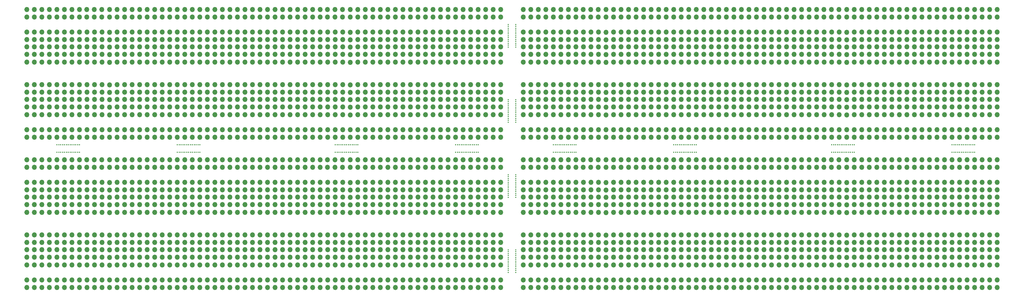
<source format=gbr>
%TF.GenerationSoftware,KiCad,Pcbnew,8.0.5*%
%TF.CreationDate,2024-10-04T16:18:13+02:00*%
%TF.ProjectId,Solderable_breadboard,536f6c64-6572-4616-926c-655f62726561,rev?*%
%TF.SameCoordinates,Original*%
%TF.FileFunction,Soldermask,Bot*%
%TF.FilePolarity,Negative*%
%FSLAX46Y46*%
G04 Gerber Fmt 4.6, Leading zero omitted, Abs format (unit mm)*
G04 Created by KiCad (PCBNEW 8.0.5) date 2024-10-04 16:18:13*
%MOMM*%
%LPD*%
G01*
G04 APERTURE LIST*
%ADD10C,0.381000*%
%ADD11O,1.700000X1.700000*%
G04 APERTURE END LIST*
D10*
%TO.C,REF\u002A\u002A*%
X203200000Y-96520000D03*
X205740000Y-96520000D03*
X203200000Y-95885000D03*
X205740000Y-95885000D03*
X203200000Y-95250000D03*
X205740000Y-95250000D03*
X203200000Y-94615000D03*
X205740000Y-94615000D03*
X203200000Y-93980000D03*
X205740000Y-93980000D03*
X203200000Y-93345000D03*
X205740000Y-93345000D03*
X203200000Y-92710000D03*
X205740000Y-92710000D03*
X203200000Y-92075000D03*
X205740000Y-92075000D03*
X203200000Y-91440000D03*
X205740000Y-91440000D03*
X203200000Y-90805000D03*
X205740000Y-90805000D03*
X203200000Y-90170000D03*
X205740000Y-90170000D03*
X203200000Y-89535000D03*
X205740000Y-89535000D03*
X203200000Y-88900000D03*
X205740000Y-88900000D03*
%TD*%
%TO.C,REF\u002A\u002A*%
X203200000Y-121920000D03*
X205740000Y-121920000D03*
X203200000Y-121285000D03*
X205740000Y-121285000D03*
X203200000Y-120650000D03*
X205740000Y-120650000D03*
X203200000Y-120015000D03*
X205740000Y-120015000D03*
X203200000Y-119380000D03*
X205740000Y-119380000D03*
X203200000Y-118745000D03*
X205740000Y-118745000D03*
X203200000Y-118110000D03*
X205740000Y-118110000D03*
X203200000Y-117475000D03*
X205740000Y-117475000D03*
X203200000Y-116840000D03*
X205740000Y-116840000D03*
X203200000Y-116205000D03*
X205740000Y-116205000D03*
X203200000Y-115570000D03*
X205740000Y-115570000D03*
X203200000Y-114935000D03*
X205740000Y-114935000D03*
X203200000Y-114300000D03*
X205740000Y-114300000D03*
%TD*%
%TO.C,REF\u002A\u002A*%
X353060000Y-78740000D03*
X353060000Y-81280000D03*
X353695000Y-78740000D03*
X353695000Y-81280000D03*
X354330000Y-78740000D03*
X354330000Y-81280000D03*
X354965000Y-78740000D03*
X354965000Y-81280000D03*
X355600000Y-78740000D03*
X355600000Y-81280000D03*
X356235000Y-78740000D03*
X356235000Y-81280000D03*
X356870000Y-78740000D03*
X356870000Y-81280000D03*
X357505000Y-78740000D03*
X357505000Y-81280000D03*
X358140000Y-78740000D03*
X358140000Y-81280000D03*
X358775000Y-78740000D03*
X358775000Y-81280000D03*
X359410000Y-78740000D03*
X359410000Y-81280000D03*
X360045000Y-78740000D03*
X360045000Y-81280000D03*
X360680000Y-78740000D03*
X360680000Y-81280000D03*
%TD*%
%TO.C,REF\u002A\u002A*%
X312420000Y-78740000D03*
X312420000Y-81280000D03*
X313055000Y-78740000D03*
X313055000Y-81280000D03*
X313690000Y-78740000D03*
X313690000Y-81280000D03*
X314325000Y-78740000D03*
X314325000Y-81280000D03*
X314960000Y-78740000D03*
X314960000Y-81280000D03*
X315595000Y-78740000D03*
X315595000Y-81280000D03*
X316230000Y-78740000D03*
X316230000Y-81280000D03*
X316865000Y-78740000D03*
X316865000Y-81280000D03*
X317500000Y-78740000D03*
X317500000Y-81280000D03*
X318135000Y-78740000D03*
X318135000Y-81280000D03*
X318770000Y-78740000D03*
X318770000Y-81280000D03*
X319405000Y-78740000D03*
X319405000Y-81280000D03*
X320040000Y-78740000D03*
X320040000Y-81280000D03*
%TD*%
%TO.C,REF\u002A\u002A*%
X218440000Y-78740000D03*
X218440000Y-81280000D03*
X219075000Y-78740000D03*
X219075000Y-81280000D03*
X219710000Y-78740000D03*
X219710000Y-81280000D03*
X220345000Y-78740000D03*
X220345000Y-81280000D03*
X220980000Y-78740000D03*
X220980000Y-81280000D03*
X221615000Y-78740000D03*
X221615000Y-81280000D03*
X222250000Y-78740000D03*
X222250000Y-81280000D03*
X222885000Y-78740000D03*
X222885000Y-81280000D03*
X223520000Y-78740000D03*
X223520000Y-81280000D03*
X224155000Y-78740000D03*
X224155000Y-81280000D03*
X224790000Y-78740000D03*
X224790000Y-81280000D03*
X225425000Y-78740000D03*
X225425000Y-81280000D03*
X226060000Y-78740000D03*
X226060000Y-81280000D03*
%TD*%
%TO.C,REF\u002A\u002A*%
X259080000Y-78740000D03*
X259080000Y-81280000D03*
X259715000Y-78740000D03*
X259715000Y-81280000D03*
X260350000Y-78740000D03*
X260350000Y-81280000D03*
X260985000Y-78740000D03*
X260985000Y-81280000D03*
X261620000Y-78740000D03*
X261620000Y-81280000D03*
X262255000Y-78740000D03*
X262255000Y-81280000D03*
X262890000Y-78740000D03*
X262890000Y-81280000D03*
X263525000Y-78740000D03*
X263525000Y-81280000D03*
X264160000Y-78740000D03*
X264160000Y-81280000D03*
X264795000Y-78740000D03*
X264795000Y-81280000D03*
X265430000Y-78740000D03*
X265430000Y-81280000D03*
X266065000Y-78740000D03*
X266065000Y-81280000D03*
X266700000Y-78740000D03*
X266700000Y-81280000D03*
%TD*%
%TO.C,REF\u002A\u002A*%
X144780000Y-78740000D03*
X144780000Y-81280000D03*
X145415000Y-78740000D03*
X145415000Y-81280000D03*
X146050000Y-78740000D03*
X146050000Y-81280000D03*
X146685000Y-78740000D03*
X146685000Y-81280000D03*
X147320000Y-78740000D03*
X147320000Y-81280000D03*
X147955000Y-78740000D03*
X147955000Y-81280000D03*
X148590000Y-78740000D03*
X148590000Y-81280000D03*
X149225000Y-78740000D03*
X149225000Y-81280000D03*
X149860000Y-78740000D03*
X149860000Y-81280000D03*
X150495000Y-78740000D03*
X150495000Y-81280000D03*
X151130000Y-78740000D03*
X151130000Y-81280000D03*
X151765000Y-78740000D03*
X151765000Y-81280000D03*
X152400000Y-78740000D03*
X152400000Y-81280000D03*
%TD*%
%TO.C,REF\u002A\u002A*%
X91440000Y-78740000D03*
X91440000Y-81280000D03*
X92075000Y-78740000D03*
X92075000Y-81280000D03*
X92710000Y-78740000D03*
X92710000Y-81280000D03*
X93345000Y-78740000D03*
X93345000Y-81280000D03*
X93980000Y-78740000D03*
X93980000Y-81280000D03*
X94615000Y-78740000D03*
X94615000Y-81280000D03*
X95250000Y-78740000D03*
X95250000Y-81280000D03*
X95885000Y-78740000D03*
X95885000Y-81280000D03*
X96520000Y-78740000D03*
X96520000Y-81280000D03*
X97155000Y-78740000D03*
X97155000Y-81280000D03*
X97790000Y-78740000D03*
X97790000Y-81280000D03*
X98425000Y-78740000D03*
X98425000Y-81280000D03*
X99060000Y-78740000D03*
X99060000Y-81280000D03*
%TD*%
%TO.C,REF\u002A\u002A*%
X50800000Y-78740000D03*
X50800000Y-81280000D03*
X51435000Y-78740000D03*
X51435000Y-81280000D03*
X52070000Y-78740000D03*
X52070000Y-81280000D03*
X52705000Y-78740000D03*
X52705000Y-81280000D03*
X53340000Y-78740000D03*
X53340000Y-81280000D03*
X53975000Y-78740000D03*
X53975000Y-81280000D03*
X54610000Y-78740000D03*
X54610000Y-81280000D03*
X55245000Y-78740000D03*
X55245000Y-81280000D03*
X55880000Y-78740000D03*
X55880000Y-81280000D03*
X56515000Y-78740000D03*
X56515000Y-81280000D03*
X57150000Y-78740000D03*
X57150000Y-81280000D03*
X57785000Y-78740000D03*
X57785000Y-81280000D03*
X58420000Y-78740000D03*
X58420000Y-81280000D03*
%TD*%
%TO.C,REF\u002A\u002A*%
X203200000Y-71120000D03*
X205740000Y-71120000D03*
X203200000Y-70485000D03*
X205740000Y-70485000D03*
X203200000Y-69850000D03*
X205740000Y-69850000D03*
X203200000Y-69215000D03*
X205740000Y-69215000D03*
X203200000Y-68580000D03*
X205740000Y-68580000D03*
X203200000Y-67945000D03*
X205740000Y-67945000D03*
X203200000Y-67310000D03*
X205740000Y-67310000D03*
X203200000Y-66675000D03*
X205740000Y-66675000D03*
X203200000Y-66040000D03*
X205740000Y-66040000D03*
X203200000Y-65405000D03*
X205740000Y-65405000D03*
X203200000Y-64770000D03*
X205740000Y-64770000D03*
X203200000Y-64135000D03*
X205740000Y-64135000D03*
X203200000Y-63500000D03*
X205740000Y-63500000D03*
%TD*%
%TO.C,REF\u002A\u002A*%
X203200000Y-45720000D03*
X205740000Y-45720000D03*
X203200000Y-45085000D03*
X205740000Y-45085000D03*
X203200000Y-44450000D03*
X205740000Y-44450000D03*
X203200000Y-43815000D03*
X205740000Y-43815000D03*
X203200000Y-43180000D03*
X205740000Y-43180000D03*
X203200000Y-42545000D03*
X205740000Y-42545000D03*
X203200000Y-41910000D03*
X205740000Y-41910000D03*
X203200000Y-41275000D03*
X205740000Y-41275000D03*
X203200000Y-40640000D03*
X205740000Y-40640000D03*
X203200000Y-40005000D03*
X205740000Y-40005000D03*
X203200000Y-39370000D03*
X205740000Y-39370000D03*
X203200000Y-38735000D03*
X205740000Y-38735000D03*
X203200000Y-38100000D03*
X205740000Y-38100000D03*
%TD*%
%TO.C,REF\u002A\u002A*%
X185420000Y-78740000D03*
X185420000Y-81280000D03*
X186055000Y-78740000D03*
X186055000Y-81280000D03*
X186690000Y-78740000D03*
X186690000Y-81280000D03*
X187325000Y-78740000D03*
X187325000Y-81280000D03*
X187960000Y-78740000D03*
X187960000Y-81280000D03*
X188595000Y-78740000D03*
X188595000Y-81280000D03*
X189230000Y-78740000D03*
X189230000Y-81280000D03*
X189865000Y-78740000D03*
X189865000Y-81280000D03*
X190500000Y-78740000D03*
X190500000Y-81280000D03*
X191135000Y-78740000D03*
X191135000Y-81280000D03*
X191770000Y-78740000D03*
X191770000Y-81280000D03*
X192405000Y-78740000D03*
X192405000Y-81280000D03*
X193040000Y-78740000D03*
X193040000Y-81280000D03*
%TD*%
D11*
%TO.C,J41*%
X289560000Y-109220000D03*
X289560000Y-111760000D03*
X289560000Y-114220000D03*
X289560000Y-116760000D03*
X289560000Y-119380000D03*
%TD*%
%TO.C,J15*%
X307340000Y-91440000D03*
X307340000Y-93980000D03*
X307340000Y-96440000D03*
X307340000Y-98980000D03*
X307340000Y-101600000D03*
%TD*%
%TO.C,J89*%
X269240000Y-91440000D03*
X269240000Y-93980000D03*
X269240000Y-96440000D03*
X269240000Y-98980000D03*
X269240000Y-101600000D03*
%TD*%
%TO.C,J20*%
X317500000Y-83820000D03*
X317500000Y-86360000D03*
%TD*%
%TO.C,J103*%
X264160000Y-109220000D03*
X264160000Y-111760000D03*
X264160000Y-114220000D03*
X264160000Y-116760000D03*
X264160000Y-119380000D03*
%TD*%
%TO.C,J21*%
X309880000Y-91440000D03*
X309880000Y-93980000D03*
X309880000Y-96440000D03*
X309880000Y-98980000D03*
X309880000Y-101600000D03*
%TD*%
%TO.C,J26*%
X322580000Y-91440000D03*
X322580000Y-93980000D03*
X322580000Y-96440000D03*
X322580000Y-98980000D03*
X322580000Y-101600000D03*
%TD*%
%TO.C,J49*%
X309880000Y-109220000D03*
X309880000Y-111760000D03*
X309880000Y-114220000D03*
X309880000Y-116760000D03*
X309880000Y-119380000D03*
%TD*%
%TO.C,J19*%
X314820000Y-83820000D03*
X314820000Y-86360000D03*
%TD*%
%TO.C,J27*%
X325120000Y-91440000D03*
X325120000Y-93980000D03*
X325120000Y-96440000D03*
X325120000Y-98980000D03*
X325120000Y-101600000D03*
%TD*%
%TO.C,J17*%
X309740000Y-83820000D03*
X309740000Y-86360000D03*
%TD*%
%TO.C,J102*%
X261620000Y-109220000D03*
X261620000Y-111760000D03*
X261620000Y-114220000D03*
X261620000Y-116760000D03*
X261620000Y-119380000D03*
%TD*%
%TO.C,J99*%
X254000000Y-109220000D03*
X254000000Y-111760000D03*
X254000000Y-114220000D03*
X254000000Y-116760000D03*
X254000000Y-119380000D03*
%TD*%
%TO.C,J32*%
X327660000Y-83820000D03*
X327660000Y-86360000D03*
%TD*%
%TO.C,J78*%
X241300000Y-124460000D03*
X241300000Y-127000000D03*
%TD*%
%TO.C,J16*%
X307340000Y-83820000D03*
X307340000Y-86360000D03*
%TD*%
%TO.C,J101*%
X259080000Y-109220000D03*
X259080000Y-111760000D03*
X259080000Y-114220000D03*
X259080000Y-116760000D03*
X259080000Y-119380000D03*
%TD*%
%TO.C,J84*%
X256540000Y-91440000D03*
X256540000Y-93980000D03*
X256540000Y-96440000D03*
X256540000Y-98980000D03*
X256540000Y-101600000D03*
%TD*%
%TO.C,J14*%
X304800000Y-91440000D03*
X304800000Y-93980000D03*
X304800000Y-96440000D03*
X304800000Y-98980000D03*
X304800000Y-101600000D03*
%TD*%
%TO.C,J105*%
X269240000Y-109220000D03*
X269240000Y-111760000D03*
X269240000Y-114220000D03*
X269240000Y-116760000D03*
X269240000Y-119380000D03*
%TD*%
%TO.C,J61*%
X360680000Y-83820000D03*
X360680000Y-86360000D03*
%TD*%
%TO.C,J108*%
X276860000Y-109220000D03*
X276860000Y-111760000D03*
X276860000Y-114220000D03*
X276860000Y-116760000D03*
X276860000Y-119380000D03*
%TD*%
%TO.C,J75*%
X233680000Y-124460000D03*
X233680000Y-127000000D03*
%TD*%
%TO.C,J74*%
X231140000Y-124460000D03*
X231140000Y-127000000D03*
%TD*%
%TO.C,J80*%
X246380000Y-124460000D03*
X246380000Y-127000000D03*
%TD*%
%TO.C,J97*%
X248920000Y-109220000D03*
X248920000Y-111760000D03*
X248920000Y-114220000D03*
X248920000Y-116760000D03*
X248920000Y-119380000D03*
%TD*%
%TO.C,J67*%
X294640000Y-124460000D03*
X294640000Y-127000000D03*
%TD*%
%TO.C,J2*%
X292100000Y-91440000D03*
X292100000Y-93980000D03*
X292100000Y-96440000D03*
X292100000Y-98980000D03*
X292100000Y-101600000D03*
%TD*%
%TO.C,J13*%
X304800000Y-83820000D03*
X304800000Y-86360000D03*
%TD*%
%TO.C,J5*%
X294640000Y-83820000D03*
X294640000Y-86360000D03*
%TD*%
%TO.C,J28*%
X327660000Y-91440000D03*
X327660000Y-93980000D03*
X327660000Y-96440000D03*
X327660000Y-98980000D03*
X327660000Y-101600000D03*
%TD*%
%TO.C,J7*%
X297180000Y-91440000D03*
X297180000Y-93980000D03*
X297180000Y-96440000D03*
X297180000Y-98980000D03*
X297180000Y-101600000D03*
%TD*%
%TO.C,J120*%
X347980000Y-124460000D03*
X347980000Y-127000000D03*
%TD*%
%TO.C,J112*%
X368300000Y-109220000D03*
X368300000Y-111760000D03*
X368300000Y-114220000D03*
X368300000Y-116760000D03*
X368300000Y-119380000D03*
%TD*%
%TO.C,J9*%
X299720000Y-83820000D03*
X299720000Y-86360000D03*
%TD*%
%TO.C,J128*%
X368300000Y-124460000D03*
X368300000Y-127000000D03*
%TD*%
%TO.C,J124*%
X358140000Y-124460000D03*
X358140000Y-127000000D03*
%TD*%
%TO.C,J24*%
X317500000Y-91520000D03*
X317500000Y-94060000D03*
X317500000Y-96520000D03*
X317500000Y-99060000D03*
X317500000Y-101680000D03*
%TD*%
%TO.C,J102*%
X342900000Y-109220000D03*
X342900000Y-111760000D03*
X342900000Y-114220000D03*
X342900000Y-116760000D03*
X342900000Y-119380000D03*
%TD*%
%TO.C,J8*%
X297180000Y-83820000D03*
X297180000Y-86360000D03*
%TD*%
%TO.C,J6*%
X294640000Y-91440000D03*
X294640000Y-93980000D03*
X294640000Y-96440000D03*
X294640000Y-98980000D03*
X294640000Y-101600000D03*
%TD*%
%TO.C,J1*%
X289560000Y-91440000D03*
X289560000Y-93980000D03*
X289560000Y-96440000D03*
X289560000Y-98980000D03*
X289560000Y-101600000D03*
%TD*%
%TO.C,J110*%
X363220000Y-109220000D03*
X363220000Y-111760000D03*
X363220000Y-114220000D03*
X363220000Y-116760000D03*
X363220000Y-119380000D03*
%TD*%
%TO.C,J10*%
X299720000Y-91440000D03*
X299720000Y-93980000D03*
X299720000Y-96440000D03*
X299720000Y-98980000D03*
X299720000Y-101600000D03*
%TD*%
%TO.C,J4*%
X292100000Y-83820000D03*
X292100000Y-86360000D03*
%TD*%
%TO.C,J127*%
X365760000Y-124460000D03*
X365760000Y-127000000D03*
%TD*%
%TO.C,J69*%
X218440000Y-124460000D03*
X218440000Y-127000000D03*
%TD*%
%TO.C,J123*%
X355600000Y-124460000D03*
X355600000Y-127000000D03*
%TD*%
%TO.C,J110*%
X281940000Y-109220000D03*
X281940000Y-111760000D03*
X281940000Y-114220000D03*
X281940000Y-116760000D03*
X281940000Y-119380000D03*
%TD*%
%TO.C,J24*%
X236220000Y-91520000D03*
X236220000Y-94060000D03*
X236220000Y-96520000D03*
X236220000Y-99060000D03*
X236220000Y-101680000D03*
%TD*%
%TO.C,J127*%
X284480000Y-124460000D03*
X284480000Y-127000000D03*
%TD*%
%TO.C,J3*%
X289560000Y-83820000D03*
X289560000Y-86360000D03*
%TD*%
%TO.C,J2*%
X210820000Y-91440000D03*
X210820000Y-93980000D03*
X210820000Y-96440000D03*
X210820000Y-98980000D03*
X210820000Y-101600000D03*
%TD*%
%TO.C,J116*%
X256540000Y-124460000D03*
X256540000Y-127000000D03*
%TD*%
%TO.C,J118*%
X261620000Y-124460000D03*
X261620000Y-127000000D03*
%TD*%
%TO.C,J116*%
X337820000Y-124460000D03*
X337820000Y-127000000D03*
%TD*%
%TO.C,J1*%
X208280000Y-91440000D03*
X208280000Y-93980000D03*
X208280000Y-96440000D03*
X208280000Y-98980000D03*
X208280000Y-101600000D03*
%TD*%
%TO.C,J9*%
X218440000Y-83820000D03*
X218440000Y-86360000D03*
%TD*%
%TO.C,J125*%
X360680000Y-124460000D03*
X360680000Y-127000000D03*
%TD*%
%TO.C,J115*%
X335280000Y-124460000D03*
X335280000Y-127000000D03*
%TD*%
%TO.C,J126*%
X363220000Y-124460000D03*
X363220000Y-127000000D03*
%TD*%
%TO.C,J20*%
X236220000Y-83820000D03*
X236220000Y-86360000D03*
%TD*%
%TO.C,J91*%
X274320000Y-91440000D03*
X274320000Y-93980000D03*
X274320000Y-96440000D03*
X274320000Y-98980000D03*
X274320000Y-101600000D03*
%TD*%
%TO.C,J82*%
X251460000Y-91440000D03*
X251460000Y-93980000D03*
X251460000Y-96440000D03*
X251460000Y-98980000D03*
X251460000Y-101600000D03*
%TD*%
%TO.C,J120*%
X266700000Y-124460000D03*
X266700000Y-127000000D03*
%TD*%
%TO.C,J109*%
X279400000Y-109220000D03*
X279400000Y-111760000D03*
X279400000Y-114220000D03*
X279400000Y-116760000D03*
X279400000Y-119380000D03*
%TD*%
%TO.C,J71*%
X223520000Y-124460000D03*
X223520000Y-127000000D03*
%TD*%
%TO.C,J112*%
X287020000Y-109220000D03*
X287020000Y-111760000D03*
X287020000Y-114220000D03*
X287020000Y-116760000D03*
X287020000Y-119380000D03*
%TD*%
%TO.C,J66*%
X210820000Y-124460000D03*
X210820000Y-127000000D03*
%TD*%
%TO.C,J60*%
X276860000Y-83820000D03*
X276860000Y-86360000D03*
%TD*%
%TO.C,J86*%
X261620000Y-91440000D03*
X261620000Y-93980000D03*
X261620000Y-96440000D03*
X261620000Y-98980000D03*
X261620000Y-101600000D03*
%TD*%
%TO.C,J57*%
X269240000Y-83820000D03*
X269240000Y-86360000D03*
%TD*%
%TO.C,J51*%
X233680000Y-109220000D03*
X233680000Y-111760000D03*
X233680000Y-114220000D03*
X233680000Y-116760000D03*
X233680000Y-119380000D03*
%TD*%
%TO.C,J77*%
X238760000Y-124460000D03*
X238760000Y-127000000D03*
%TD*%
%TO.C,J85*%
X259080000Y-91440000D03*
X259080000Y-93980000D03*
X259080000Y-96440000D03*
X259080000Y-98980000D03*
X259080000Y-101600000D03*
%TD*%
%TO.C,J65*%
X208280000Y-124460000D03*
X208280000Y-127000000D03*
%TD*%
%TO.C,J55*%
X243840000Y-109220000D03*
X243840000Y-111760000D03*
X243840000Y-114220000D03*
X243840000Y-116760000D03*
X243840000Y-119380000D03*
%TD*%
%TO.C,J58*%
X271780000Y-83820000D03*
X271780000Y-86360000D03*
%TD*%
%TO.C,J92*%
X276860000Y-91440000D03*
X276860000Y-93980000D03*
X276860000Y-96440000D03*
X276860000Y-98980000D03*
X276860000Y-101600000D03*
%TD*%
%TO.C,J111*%
X284480000Y-109220000D03*
X284480000Y-111760000D03*
X284480000Y-114220000D03*
X284480000Y-116760000D03*
X284480000Y-119380000D03*
%TD*%
%TO.C,J95*%
X284480000Y-91440000D03*
X284480000Y-93980000D03*
X284480000Y-96440000D03*
X284480000Y-98980000D03*
X284480000Y-101600000D03*
%TD*%
%TO.C,J67*%
X213360000Y-124460000D03*
X213360000Y-127000000D03*
%TD*%
%TO.C,J96*%
X287020000Y-91440000D03*
X287020000Y-93980000D03*
X287020000Y-96440000D03*
X287020000Y-98980000D03*
X287020000Y-101600000D03*
%TD*%
%TO.C,J121*%
X269240000Y-124460000D03*
X269240000Y-127000000D03*
%TD*%
%TO.C,J104*%
X266700000Y-109220000D03*
X266700000Y-111760000D03*
X266700000Y-114220000D03*
X266700000Y-116760000D03*
X266700000Y-119380000D03*
%TD*%
%TO.C,J98*%
X251460000Y-109220000D03*
X251460000Y-111760000D03*
X251460000Y-114220000D03*
X251460000Y-116760000D03*
X251460000Y-119380000D03*
%TD*%
%TO.C,J94*%
X281940000Y-91440000D03*
X281940000Y-93980000D03*
X281940000Y-96440000D03*
X281940000Y-98980000D03*
X281940000Y-101600000D03*
%TD*%
%TO.C,J87*%
X264160000Y-91440000D03*
X264160000Y-93980000D03*
X264160000Y-96440000D03*
X264160000Y-98980000D03*
X264160000Y-101600000D03*
%TD*%
%TO.C,J76*%
X236220000Y-124460000D03*
X236220000Y-127000000D03*
%TD*%
%TO.C,J63*%
X284480000Y-83820000D03*
X284480000Y-86360000D03*
%TD*%
%TO.C,J61*%
X279400000Y-83820000D03*
X279400000Y-86360000D03*
%TD*%
%TO.C,J52*%
X236220000Y-109300000D03*
X236220000Y-111840000D03*
X236220000Y-114300000D03*
X236220000Y-116840000D03*
X236220000Y-119460000D03*
%TD*%
%TO.C,J68*%
X297180000Y-124460000D03*
X297180000Y-127000000D03*
%TD*%
%TO.C,J81*%
X248920000Y-91440000D03*
X248920000Y-93980000D03*
X248920000Y-96440000D03*
X248920000Y-98980000D03*
X248920000Y-101600000D03*
%TD*%
%TO.C,J62*%
X363220000Y-83820000D03*
X363220000Y-86360000D03*
%TD*%
%TO.C,J59*%
X355600000Y-83820000D03*
X355600000Y-86360000D03*
%TD*%
%TO.C,J106*%
X271780000Y-109220000D03*
X271780000Y-111760000D03*
X271780000Y-114220000D03*
X271780000Y-116760000D03*
X271780000Y-119380000D03*
%TD*%
%TO.C,J27*%
X243840000Y-91440000D03*
X243840000Y-93980000D03*
X243840000Y-96440000D03*
X243840000Y-98980000D03*
X243840000Y-101600000D03*
%TD*%
%TO.C,J47*%
X223520000Y-109220000D03*
X223520000Y-111760000D03*
X223520000Y-114220000D03*
X223520000Y-116760000D03*
X223520000Y-119380000D03*
%TD*%
%TO.C,J50*%
X231140000Y-109220000D03*
X231140000Y-111760000D03*
X231140000Y-114220000D03*
X231140000Y-116760000D03*
X231140000Y-119380000D03*
%TD*%
%TO.C,J53*%
X238760000Y-109220000D03*
X238760000Y-111760000D03*
X238760000Y-114220000D03*
X238760000Y-116760000D03*
X238760000Y-119380000D03*
%TD*%
%TO.C,J59*%
X274320000Y-83820000D03*
X274320000Y-86360000D03*
%TD*%
%TO.C,J72*%
X226060000Y-124460000D03*
X226060000Y-127000000D03*
%TD*%
%TO.C,J70*%
X302260000Y-124460000D03*
X302260000Y-127000000D03*
%TD*%
%TO.C,J29*%
X238760000Y-83820000D03*
X238760000Y-86360000D03*
%TD*%
%TO.C,J45*%
X218440000Y-109220000D03*
X218440000Y-111760000D03*
X218440000Y-114220000D03*
X218440000Y-116760000D03*
X218440000Y-119380000D03*
%TD*%
%TO.C,J54*%
X241300000Y-109220000D03*
X241300000Y-111760000D03*
X241300000Y-114220000D03*
X241300000Y-116760000D03*
X241300000Y-119380000D03*
%TD*%
%TO.C,J68*%
X215900000Y-124460000D03*
X215900000Y-127000000D03*
%TD*%
%TO.C,J56*%
X246380000Y-109220000D03*
X246380000Y-111760000D03*
X246380000Y-114220000D03*
X246380000Y-116760000D03*
X246380000Y-119380000D03*
%TD*%
%TO.C,J46*%
X220980000Y-109220000D03*
X220980000Y-111760000D03*
X220980000Y-114220000D03*
X220980000Y-116760000D03*
X220980000Y-119380000D03*
%TD*%
%TO.C,J107*%
X274320000Y-109220000D03*
X274320000Y-111760000D03*
X274320000Y-114220000D03*
X274320000Y-116760000D03*
X274320000Y-119380000D03*
%TD*%
%TO.C,J64*%
X287020000Y-83820000D03*
X287020000Y-86360000D03*
%TD*%
%TO.C,J32*%
X246380000Y-83820000D03*
X246380000Y-86360000D03*
%TD*%
%TO.C,J38*%
X261620000Y-83820000D03*
X261620000Y-86360000D03*
%TD*%
%TO.C,J36*%
X256540000Y-83820000D03*
X256540000Y-86360000D03*
%TD*%
%TO.C,J33*%
X248920000Y-83820000D03*
X248920000Y-86360000D03*
%TD*%
%TO.C,J25*%
X238760000Y-91440000D03*
X238760000Y-93980000D03*
X238760000Y-96440000D03*
X238760000Y-98980000D03*
X238760000Y-101600000D03*
%TD*%
%TO.C,J26*%
X241300000Y-91440000D03*
X241300000Y-93980000D03*
X241300000Y-96440000D03*
X241300000Y-98980000D03*
X241300000Y-101600000D03*
%TD*%
%TO.C,J44*%
X215900000Y-109220000D03*
X215900000Y-111760000D03*
X215900000Y-114220000D03*
X215900000Y-116760000D03*
X215900000Y-119380000D03*
%TD*%
%TO.C,J40*%
X266700000Y-83820000D03*
X266700000Y-86360000D03*
%TD*%
%TO.C,J19*%
X233540000Y-83820000D03*
X233540000Y-86360000D03*
%TD*%
%TO.C,J100*%
X256540000Y-109220000D03*
X256540000Y-111760000D03*
X256540000Y-114220000D03*
X256540000Y-116760000D03*
X256540000Y-119380000D03*
%TD*%
%TO.C,J64*%
X368300000Y-83820000D03*
X368300000Y-86360000D03*
%TD*%
%TO.C,J72*%
X307340000Y-124460000D03*
X307340000Y-127000000D03*
%TD*%
%TO.C,J70*%
X220980000Y-124460000D03*
X220980000Y-127000000D03*
%TD*%
%TO.C,J34*%
X251460000Y-83820000D03*
X251460000Y-86360000D03*
%TD*%
%TO.C,J39*%
X264160000Y-83820000D03*
X264160000Y-86360000D03*
%TD*%
%TO.C,J35*%
X254000000Y-83820000D03*
X254000000Y-86360000D03*
%TD*%
%TO.C,J62*%
X281940000Y-83820000D03*
X281940000Y-86360000D03*
%TD*%
%TO.C,J16*%
X226060000Y-83820000D03*
X226060000Y-86360000D03*
%TD*%
%TO.C,J21*%
X228600000Y-91440000D03*
X228600000Y-93980000D03*
X228600000Y-96440000D03*
X228600000Y-98980000D03*
X228600000Y-101600000D03*
%TD*%
%TO.C,J41*%
X208280000Y-109220000D03*
X208280000Y-111760000D03*
X208280000Y-114220000D03*
X208280000Y-116760000D03*
X208280000Y-119380000D03*
%TD*%
%TO.C,J4*%
X210820000Y-83820000D03*
X210820000Y-86360000D03*
%TD*%
%TO.C,J117*%
X259080000Y-124460000D03*
X259080000Y-127000000D03*
%TD*%
%TO.C,J17*%
X228460000Y-83820000D03*
X228460000Y-86360000D03*
%TD*%
%TO.C,J23*%
X233680000Y-91440000D03*
X233680000Y-93980000D03*
X233680000Y-96440000D03*
X233680000Y-98980000D03*
X233680000Y-101600000D03*
%TD*%
%TO.C,J12*%
X220980000Y-83820000D03*
X220980000Y-86360000D03*
%TD*%
%TO.C,J43*%
X213360000Y-109220000D03*
X213360000Y-111760000D03*
X213360000Y-114220000D03*
X213360000Y-116760000D03*
X213360000Y-119380000D03*
%TD*%
%TO.C,J15*%
X226060000Y-91440000D03*
X226060000Y-93980000D03*
X226060000Y-96440000D03*
X226060000Y-98980000D03*
X226060000Y-101600000D03*
%TD*%
%TO.C,J42*%
X210820000Y-109220000D03*
X210820000Y-111760000D03*
X210820000Y-114220000D03*
X210820000Y-116760000D03*
X210820000Y-119380000D03*
%TD*%
%TO.C,J31*%
X243840000Y-83820000D03*
X243840000Y-86360000D03*
%TD*%
%TO.C,J30*%
X241300000Y-83820000D03*
X241300000Y-86360000D03*
%TD*%
%TO.C,J18*%
X231000000Y-83820000D03*
X231000000Y-86360000D03*
%TD*%
%TO.C,J125*%
X279400000Y-124460000D03*
X279400000Y-127000000D03*
%TD*%
%TO.C,J115*%
X254000000Y-124460000D03*
X254000000Y-127000000D03*
%TD*%
%TO.C,J5*%
X213360000Y-83820000D03*
X213360000Y-86360000D03*
%TD*%
%TO.C,J49*%
X228600000Y-109220000D03*
X228600000Y-111760000D03*
X228600000Y-114220000D03*
X228600000Y-116760000D03*
X228600000Y-119380000D03*
%TD*%
%TO.C,J13*%
X223520000Y-83820000D03*
X223520000Y-86360000D03*
%TD*%
%TO.C,J37*%
X259080000Y-83820000D03*
X259080000Y-86360000D03*
%TD*%
%TO.C,J6*%
X213360000Y-91440000D03*
X213360000Y-93980000D03*
X213360000Y-96440000D03*
X213360000Y-98980000D03*
X213360000Y-101600000D03*
%TD*%
%TO.C,J10*%
X218440000Y-91440000D03*
X218440000Y-93980000D03*
X218440000Y-96440000D03*
X218440000Y-98980000D03*
X218440000Y-101600000D03*
%TD*%
%TO.C,J114*%
X251460000Y-124460000D03*
X251460000Y-127000000D03*
%TD*%
%TO.C,J14*%
X223520000Y-91440000D03*
X223520000Y-93980000D03*
X223520000Y-96440000D03*
X223520000Y-98980000D03*
X223520000Y-101600000D03*
%TD*%
%TO.C,J8*%
X215900000Y-83820000D03*
X215900000Y-86360000D03*
%TD*%
%TO.C,J22*%
X231140000Y-91440000D03*
X231140000Y-93980000D03*
X231140000Y-96440000D03*
X231140000Y-98980000D03*
X231140000Y-101600000D03*
%TD*%
%TO.C,J128*%
X287020000Y-124460000D03*
X287020000Y-127000000D03*
%TD*%
%TO.C,J123*%
X274320000Y-124460000D03*
X274320000Y-127000000D03*
%TD*%
%TO.C,J126*%
X281940000Y-124460000D03*
X281940000Y-127000000D03*
%TD*%
%TO.C,J3*%
X208280000Y-83820000D03*
X208280000Y-86360000D03*
%TD*%
%TO.C,J90*%
X271780000Y-91440000D03*
X271780000Y-93980000D03*
X271780000Y-96440000D03*
X271780000Y-98980000D03*
X271780000Y-101600000D03*
%TD*%
%TO.C,J28*%
X246380000Y-91440000D03*
X246380000Y-93980000D03*
X246380000Y-96440000D03*
X246380000Y-98980000D03*
X246380000Y-101600000D03*
%TD*%
%TO.C,J124*%
X276860000Y-124460000D03*
X276860000Y-127000000D03*
%TD*%
%TO.C,J113*%
X248920000Y-124460000D03*
X248920000Y-127000000D03*
%TD*%
%TO.C,J83*%
X254000000Y-91440000D03*
X254000000Y-93980000D03*
X254000000Y-96440000D03*
X254000000Y-98980000D03*
X254000000Y-101600000D03*
%TD*%
%TO.C,J119*%
X264160000Y-124460000D03*
X264160000Y-127000000D03*
%TD*%
%TO.C,J11*%
X220980000Y-91440000D03*
X220980000Y-93980000D03*
X220980000Y-96440000D03*
X220980000Y-98980000D03*
X220980000Y-101600000D03*
%TD*%
%TO.C,J73*%
X228600000Y-124460000D03*
X228600000Y-127000000D03*
%TD*%
%TO.C,J93*%
X279400000Y-91440000D03*
X279400000Y-93980000D03*
X279400000Y-96440000D03*
X279400000Y-98980000D03*
X279400000Y-101600000D03*
%TD*%
%TO.C,J122*%
X271780000Y-124460000D03*
X271780000Y-127000000D03*
%TD*%
%TO.C,J48*%
X226060000Y-109220000D03*
X226060000Y-111760000D03*
X226060000Y-114220000D03*
X226060000Y-116760000D03*
X226060000Y-119380000D03*
%TD*%
%TO.C,J88*%
X266700000Y-91440000D03*
X266700000Y-93980000D03*
X266700000Y-96440000D03*
X266700000Y-98980000D03*
X266700000Y-101600000D03*
%TD*%
%TO.C,J79*%
X243840000Y-124460000D03*
X243840000Y-127000000D03*
%TD*%
%TO.C,J7*%
X215900000Y-91440000D03*
X215900000Y-93980000D03*
X215900000Y-96440000D03*
X215900000Y-98980000D03*
X215900000Y-101600000D03*
%TD*%
%TO.C,J25*%
X320040000Y-91440000D03*
X320040000Y-93980000D03*
X320040000Y-96440000D03*
X320040000Y-98980000D03*
X320040000Y-101600000D03*
%TD*%
%TO.C,J103*%
X345440000Y-109220000D03*
X345440000Y-111760000D03*
X345440000Y-114220000D03*
X345440000Y-116760000D03*
X345440000Y-119380000D03*
%TD*%
%TO.C,J106*%
X353060000Y-109220000D03*
X353060000Y-111760000D03*
X353060000Y-114220000D03*
X353060000Y-116760000D03*
X353060000Y-119380000D03*
%TD*%
%TO.C,J108*%
X358140000Y-109220000D03*
X358140000Y-111760000D03*
X358140000Y-114220000D03*
X358140000Y-116760000D03*
X358140000Y-119380000D03*
%TD*%
%TO.C,J119*%
X345440000Y-124460000D03*
X345440000Y-127000000D03*
%TD*%
%TO.C,J113*%
X330200000Y-124460000D03*
X330200000Y-127000000D03*
%TD*%
%TO.C,J111*%
X365760000Y-109220000D03*
X365760000Y-111760000D03*
X365760000Y-114220000D03*
X365760000Y-116760000D03*
X365760000Y-119380000D03*
%TD*%
%TO.C,J109*%
X360680000Y-109220000D03*
X360680000Y-111760000D03*
X360680000Y-114220000D03*
X360680000Y-116760000D03*
X360680000Y-119380000D03*
%TD*%
%TO.C,J122*%
X353060000Y-124460000D03*
X353060000Y-127000000D03*
%TD*%
%TO.C,J117*%
X340360000Y-124460000D03*
X340360000Y-127000000D03*
%TD*%
%TO.C,J93*%
X360680000Y-91440000D03*
X360680000Y-93980000D03*
X360680000Y-96440000D03*
X360680000Y-98980000D03*
X360680000Y-101600000D03*
%TD*%
%TO.C,J104*%
X347980000Y-109220000D03*
X347980000Y-111760000D03*
X347980000Y-114220000D03*
X347980000Y-116760000D03*
X347980000Y-119380000D03*
%TD*%
%TO.C,J97*%
X330200000Y-109220000D03*
X330200000Y-111760000D03*
X330200000Y-114220000D03*
X330200000Y-116760000D03*
X330200000Y-119380000D03*
%TD*%
%TO.C,J100*%
X337820000Y-109220000D03*
X337820000Y-111760000D03*
X337820000Y-114220000D03*
X337820000Y-116760000D03*
X337820000Y-119380000D03*
%TD*%
%TO.C,J101*%
X340360000Y-109220000D03*
X340360000Y-111760000D03*
X340360000Y-114220000D03*
X340360000Y-116760000D03*
X340360000Y-119380000D03*
%TD*%
%TO.C,J114*%
X332740000Y-124460000D03*
X332740000Y-127000000D03*
%TD*%
%TO.C,J118*%
X342900000Y-124460000D03*
X342900000Y-127000000D03*
%TD*%
%TO.C,J99*%
X335280000Y-109220000D03*
X335280000Y-111760000D03*
X335280000Y-114220000D03*
X335280000Y-116760000D03*
X335280000Y-119380000D03*
%TD*%
%TO.C,J121*%
X350520000Y-124460000D03*
X350520000Y-127000000D03*
%TD*%
%TO.C,J105*%
X350520000Y-109220000D03*
X350520000Y-111760000D03*
X350520000Y-114220000D03*
X350520000Y-116760000D03*
X350520000Y-119380000D03*
%TD*%
%TO.C,J95*%
X365760000Y-91440000D03*
X365760000Y-93980000D03*
X365760000Y-96440000D03*
X365760000Y-98980000D03*
X365760000Y-101600000D03*
%TD*%
%TO.C,J78*%
X322580000Y-124460000D03*
X322580000Y-127000000D03*
%TD*%
%TO.C,J107*%
X355600000Y-109220000D03*
X355600000Y-111760000D03*
X355600000Y-114220000D03*
X355600000Y-116760000D03*
X355600000Y-119380000D03*
%TD*%
%TO.C,J82*%
X332740000Y-91440000D03*
X332740000Y-93980000D03*
X332740000Y-96440000D03*
X332740000Y-98980000D03*
X332740000Y-101600000D03*
%TD*%
%TO.C,J94*%
X363220000Y-91440000D03*
X363220000Y-93980000D03*
X363220000Y-96440000D03*
X363220000Y-98980000D03*
X363220000Y-101600000D03*
%TD*%
%TO.C,J90*%
X353060000Y-91440000D03*
X353060000Y-93980000D03*
X353060000Y-96440000D03*
X353060000Y-98980000D03*
X353060000Y-101600000D03*
%TD*%
%TO.C,J77*%
X320040000Y-124460000D03*
X320040000Y-127000000D03*
%TD*%
%TO.C,J98*%
X332740000Y-109220000D03*
X332740000Y-111760000D03*
X332740000Y-114220000D03*
X332740000Y-116760000D03*
X332740000Y-119380000D03*
%TD*%
%TO.C,J86*%
X342900000Y-91440000D03*
X342900000Y-93980000D03*
X342900000Y-96440000D03*
X342900000Y-98980000D03*
X342900000Y-101600000D03*
%TD*%
%TO.C,J79*%
X325120000Y-124460000D03*
X325120000Y-127000000D03*
%TD*%
%TO.C,J75*%
X314960000Y-124460000D03*
X314960000Y-127000000D03*
%TD*%
%TO.C,J84*%
X337820000Y-91440000D03*
X337820000Y-93980000D03*
X337820000Y-96440000D03*
X337820000Y-98980000D03*
X337820000Y-101600000D03*
%TD*%
%TO.C,J92*%
X358140000Y-91440000D03*
X358140000Y-93980000D03*
X358140000Y-96440000D03*
X358140000Y-98980000D03*
X358140000Y-101600000D03*
%TD*%
%TO.C,J89*%
X350520000Y-91440000D03*
X350520000Y-93980000D03*
X350520000Y-96440000D03*
X350520000Y-98980000D03*
X350520000Y-101600000D03*
%TD*%
%TO.C,J91*%
X355600000Y-91440000D03*
X355600000Y-93980000D03*
X355600000Y-96440000D03*
X355600000Y-98980000D03*
X355600000Y-101600000D03*
%TD*%
%TO.C,J74*%
X312420000Y-124460000D03*
X312420000Y-127000000D03*
%TD*%
%TO.C,J88*%
X347980000Y-91440000D03*
X347980000Y-93980000D03*
X347980000Y-96440000D03*
X347980000Y-98980000D03*
X347980000Y-101600000D03*
%TD*%
%TO.C,J73*%
X309880000Y-124460000D03*
X309880000Y-127000000D03*
%TD*%
%TO.C,J83*%
X335280000Y-91440000D03*
X335280000Y-93980000D03*
X335280000Y-96440000D03*
X335280000Y-98980000D03*
X335280000Y-101600000D03*
%TD*%
%TO.C,J96*%
X368300000Y-91440000D03*
X368300000Y-93980000D03*
X368300000Y-96440000D03*
X368300000Y-98980000D03*
X368300000Y-101600000D03*
%TD*%
%TO.C,J85*%
X340360000Y-91440000D03*
X340360000Y-93980000D03*
X340360000Y-96440000D03*
X340360000Y-98980000D03*
X340360000Y-101600000D03*
%TD*%
%TO.C,J80*%
X327660000Y-124460000D03*
X327660000Y-127000000D03*
%TD*%
%TO.C,J66*%
X292100000Y-124460000D03*
X292100000Y-127000000D03*
%TD*%
%TO.C,J51*%
X314960000Y-109220000D03*
X314960000Y-111760000D03*
X314960000Y-114220000D03*
X314960000Y-116760000D03*
X314960000Y-119380000D03*
%TD*%
%TO.C,J65*%
X289560000Y-124460000D03*
X289560000Y-127000000D03*
%TD*%
%TO.C,J56*%
X327660000Y-109220000D03*
X327660000Y-111760000D03*
X327660000Y-114220000D03*
X327660000Y-116760000D03*
X327660000Y-119380000D03*
%TD*%
%TO.C,J55*%
X325120000Y-109220000D03*
X325120000Y-111760000D03*
X325120000Y-114220000D03*
X325120000Y-116760000D03*
X325120000Y-119380000D03*
%TD*%
%TO.C,J63*%
X365760000Y-83820000D03*
X365760000Y-86360000D03*
%TD*%
%TO.C,J71*%
X304800000Y-124460000D03*
X304800000Y-127000000D03*
%TD*%
%TO.C,J42*%
X292100000Y-109220000D03*
X292100000Y-111760000D03*
X292100000Y-114220000D03*
X292100000Y-116760000D03*
X292100000Y-119380000D03*
%TD*%
%TO.C,J35*%
X335280000Y-83820000D03*
X335280000Y-86360000D03*
%TD*%
%TO.C,J69*%
X299720000Y-124460000D03*
X299720000Y-127000000D03*
%TD*%
%TO.C,J50*%
X312420000Y-109220000D03*
X312420000Y-111760000D03*
X312420000Y-114220000D03*
X312420000Y-116760000D03*
X312420000Y-119380000D03*
%TD*%
%TO.C,J52*%
X317500000Y-109300000D03*
X317500000Y-111840000D03*
X317500000Y-114300000D03*
X317500000Y-116840000D03*
X317500000Y-119460000D03*
%TD*%
%TO.C,J54*%
X322580000Y-109220000D03*
X322580000Y-111760000D03*
X322580000Y-114220000D03*
X322580000Y-116760000D03*
X322580000Y-119380000D03*
%TD*%
%TO.C,J57*%
X350520000Y-83820000D03*
X350520000Y-86360000D03*
%TD*%
%TO.C,J81*%
X330200000Y-91440000D03*
X330200000Y-93980000D03*
X330200000Y-96440000D03*
X330200000Y-98980000D03*
X330200000Y-101600000D03*
%TD*%
%TO.C,J76*%
X317500000Y-124460000D03*
X317500000Y-127000000D03*
%TD*%
%TO.C,J60*%
X358140000Y-83820000D03*
X358140000Y-86360000D03*
%TD*%
%TO.C,J87*%
X345440000Y-91440000D03*
X345440000Y-93980000D03*
X345440000Y-96440000D03*
X345440000Y-98980000D03*
X345440000Y-101600000D03*
%TD*%
%TO.C,J58*%
X353060000Y-83820000D03*
X353060000Y-86360000D03*
%TD*%
%TO.C,J45*%
X299720000Y-109220000D03*
X299720000Y-111760000D03*
X299720000Y-114220000D03*
X299720000Y-116760000D03*
X299720000Y-119380000D03*
%TD*%
%TO.C,J39*%
X345440000Y-83820000D03*
X345440000Y-86360000D03*
%TD*%
%TO.C,J48*%
X307340000Y-109220000D03*
X307340000Y-111760000D03*
X307340000Y-114220000D03*
X307340000Y-116760000D03*
X307340000Y-119380000D03*
%TD*%
%TO.C,J46*%
X302260000Y-109220000D03*
X302260000Y-111760000D03*
X302260000Y-114220000D03*
X302260000Y-116760000D03*
X302260000Y-119380000D03*
%TD*%
%TO.C,J43*%
X294640000Y-109220000D03*
X294640000Y-111760000D03*
X294640000Y-114220000D03*
X294640000Y-116760000D03*
X294640000Y-119380000D03*
%TD*%
%TO.C,J12*%
X302260000Y-83820000D03*
X302260000Y-86360000D03*
%TD*%
%TO.C,J31*%
X325120000Y-83820000D03*
X325120000Y-86360000D03*
%TD*%
%TO.C,J11*%
X302260000Y-91440000D03*
X302260000Y-93980000D03*
X302260000Y-96440000D03*
X302260000Y-98980000D03*
X302260000Y-101600000D03*
%TD*%
%TO.C,J30*%
X322580000Y-83820000D03*
X322580000Y-86360000D03*
%TD*%
%TO.C,J36*%
X337820000Y-83820000D03*
X337820000Y-86360000D03*
%TD*%
%TO.C,J33*%
X330200000Y-83820000D03*
X330200000Y-86360000D03*
%TD*%
%TO.C,J44*%
X297180000Y-109220000D03*
X297180000Y-111760000D03*
X297180000Y-114220000D03*
X297180000Y-116760000D03*
X297180000Y-119380000D03*
%TD*%
%TO.C,J22*%
X312420000Y-91440000D03*
X312420000Y-93980000D03*
X312420000Y-96440000D03*
X312420000Y-98980000D03*
X312420000Y-101600000D03*
%TD*%
%TO.C,J47*%
X304800000Y-109220000D03*
X304800000Y-111760000D03*
X304800000Y-114220000D03*
X304800000Y-116760000D03*
X304800000Y-119380000D03*
%TD*%
%TO.C,J38*%
X342900000Y-83820000D03*
X342900000Y-86360000D03*
%TD*%
%TO.C,J34*%
X332740000Y-83820000D03*
X332740000Y-86360000D03*
%TD*%
%TO.C,J29*%
X320040000Y-83820000D03*
X320040000Y-86360000D03*
%TD*%
%TO.C,J18*%
X312280000Y-83820000D03*
X312280000Y-86360000D03*
%TD*%
%TO.C,J53*%
X320040000Y-109220000D03*
X320040000Y-111760000D03*
X320040000Y-114220000D03*
X320040000Y-116760000D03*
X320040000Y-119380000D03*
%TD*%
%TO.C,J37*%
X340360000Y-83820000D03*
X340360000Y-86360000D03*
%TD*%
%TO.C,J40*%
X347980000Y-83820000D03*
X347980000Y-86360000D03*
%TD*%
%TO.C,J23*%
X314960000Y-91440000D03*
X314960000Y-93980000D03*
X314960000Y-96440000D03*
X314960000Y-98980000D03*
X314960000Y-101600000D03*
%TD*%
%TO.C,J103*%
X177800000Y-119380000D03*
X177800000Y-116760000D03*
X177800000Y-114220000D03*
X177800000Y-111760000D03*
X177800000Y-109220000D03*
%TD*%
%TO.C,J106*%
X185420000Y-119380000D03*
X185420000Y-116760000D03*
X185420000Y-114220000D03*
X185420000Y-111760000D03*
X185420000Y-109220000D03*
%TD*%
%TO.C,J108*%
X190500000Y-119380000D03*
X190500000Y-116760000D03*
X190500000Y-114220000D03*
X190500000Y-111760000D03*
X190500000Y-109220000D03*
%TD*%
%TO.C,J122*%
X185420000Y-127000000D03*
X185420000Y-124460000D03*
%TD*%
%TO.C,J117*%
X172720000Y-127000000D03*
X172720000Y-124460000D03*
%TD*%
%TO.C,J119*%
X177800000Y-127000000D03*
X177800000Y-124460000D03*
%TD*%
%TO.C,J111*%
X198120000Y-119380000D03*
X198120000Y-116760000D03*
X198120000Y-114220000D03*
X198120000Y-111760000D03*
X198120000Y-109220000D03*
%TD*%
%TO.C,J121*%
X182880000Y-127000000D03*
X182880000Y-124460000D03*
%TD*%
%TO.C,J109*%
X193040000Y-119380000D03*
X193040000Y-116760000D03*
X193040000Y-114220000D03*
X193040000Y-111760000D03*
X193040000Y-109220000D03*
%TD*%
%TO.C,J101*%
X172720000Y-119380000D03*
X172720000Y-116760000D03*
X172720000Y-114220000D03*
X172720000Y-111760000D03*
X172720000Y-109220000D03*
%TD*%
%TO.C,J99*%
X167640000Y-119380000D03*
X167640000Y-116760000D03*
X167640000Y-114220000D03*
X167640000Y-111760000D03*
X167640000Y-109220000D03*
%TD*%
%TO.C,J114*%
X165100000Y-127000000D03*
X165100000Y-124460000D03*
%TD*%
%TO.C,J93*%
X193040000Y-101600000D03*
X193040000Y-98980000D03*
X193040000Y-96440000D03*
X193040000Y-93980000D03*
X193040000Y-91440000D03*
%TD*%
%TO.C,J113*%
X162560000Y-127000000D03*
X162560000Y-124460000D03*
%TD*%
%TO.C,J104*%
X180340000Y-119380000D03*
X180340000Y-116760000D03*
X180340000Y-114220000D03*
X180340000Y-111760000D03*
X180340000Y-109220000D03*
%TD*%
%TO.C,J118*%
X175260000Y-127000000D03*
X175260000Y-124460000D03*
%TD*%
%TO.C,J97*%
X162560000Y-119380000D03*
X162560000Y-116760000D03*
X162560000Y-114220000D03*
X162560000Y-111760000D03*
X162560000Y-109220000D03*
%TD*%
%TO.C,J100*%
X170180000Y-119380000D03*
X170180000Y-116760000D03*
X170180000Y-114220000D03*
X170180000Y-111760000D03*
X170180000Y-109220000D03*
%TD*%
%TO.C,J105*%
X182880000Y-119380000D03*
X182880000Y-116760000D03*
X182880000Y-114220000D03*
X182880000Y-111760000D03*
X182880000Y-109220000D03*
%TD*%
%TO.C,J95*%
X198120000Y-101600000D03*
X198120000Y-98980000D03*
X198120000Y-96440000D03*
X198120000Y-93980000D03*
X198120000Y-91440000D03*
%TD*%
%TO.C,J83*%
X167640000Y-101600000D03*
X167640000Y-98980000D03*
X167640000Y-96440000D03*
X167640000Y-93980000D03*
X167640000Y-91440000D03*
%TD*%
%TO.C,J78*%
X154940000Y-127000000D03*
X154940000Y-124460000D03*
%TD*%
%TO.C,J96*%
X200660000Y-101600000D03*
X200660000Y-98980000D03*
X200660000Y-96440000D03*
X200660000Y-93980000D03*
X200660000Y-91440000D03*
%TD*%
%TO.C,J98*%
X165100000Y-119380000D03*
X165100000Y-116760000D03*
X165100000Y-114220000D03*
X165100000Y-111760000D03*
X165100000Y-109220000D03*
%TD*%
%TO.C,J107*%
X187960000Y-119380000D03*
X187960000Y-116760000D03*
X187960000Y-114220000D03*
X187960000Y-111760000D03*
X187960000Y-109220000D03*
%TD*%
%TO.C,J82*%
X165100000Y-101600000D03*
X165100000Y-98980000D03*
X165100000Y-96440000D03*
X165100000Y-93980000D03*
X165100000Y-91440000D03*
%TD*%
%TO.C,J80*%
X160020000Y-127000000D03*
X160020000Y-124460000D03*
%TD*%
%TO.C,J94*%
X195580000Y-101600000D03*
X195580000Y-98980000D03*
X195580000Y-96440000D03*
X195580000Y-93980000D03*
X195580000Y-91440000D03*
%TD*%
%TO.C,J73*%
X142240000Y-127000000D03*
X142240000Y-124460000D03*
%TD*%
%TO.C,J86*%
X175260000Y-101600000D03*
X175260000Y-98980000D03*
X175260000Y-96440000D03*
X175260000Y-93980000D03*
X175260000Y-91440000D03*
%TD*%
%TO.C,J79*%
X157480000Y-127000000D03*
X157480000Y-124460000D03*
%TD*%
%TO.C,J84*%
X170180000Y-101600000D03*
X170180000Y-98980000D03*
X170180000Y-96440000D03*
X170180000Y-93980000D03*
X170180000Y-91440000D03*
%TD*%
%TO.C,J85*%
X172720000Y-101600000D03*
X172720000Y-98980000D03*
X172720000Y-96440000D03*
X172720000Y-93980000D03*
X172720000Y-91440000D03*
%TD*%
%TO.C,J90*%
X185420000Y-101600000D03*
X185420000Y-98980000D03*
X185420000Y-96440000D03*
X185420000Y-93980000D03*
X185420000Y-91440000D03*
%TD*%
%TO.C,J92*%
X190500000Y-101600000D03*
X190500000Y-98980000D03*
X190500000Y-96440000D03*
X190500000Y-93980000D03*
X190500000Y-91440000D03*
%TD*%
%TO.C,J75*%
X147320000Y-127000000D03*
X147320000Y-124460000D03*
%TD*%
%TO.C,J77*%
X152400000Y-127000000D03*
X152400000Y-124460000D03*
%TD*%
%TO.C,J89*%
X182880000Y-101600000D03*
X182880000Y-98980000D03*
X182880000Y-96440000D03*
X182880000Y-93980000D03*
X182880000Y-91440000D03*
%TD*%
%TO.C,J91*%
X187960000Y-101600000D03*
X187960000Y-98980000D03*
X187960000Y-96440000D03*
X187960000Y-93980000D03*
X187960000Y-91440000D03*
%TD*%
%TO.C,J88*%
X180340000Y-101600000D03*
X180340000Y-98980000D03*
X180340000Y-96440000D03*
X180340000Y-93980000D03*
X180340000Y-91440000D03*
%TD*%
%TO.C,J74*%
X144780000Y-127000000D03*
X144780000Y-124460000D03*
%TD*%
%TO.C,J87*%
X177800000Y-101600000D03*
X177800000Y-98980000D03*
X177800000Y-96440000D03*
X177800000Y-93980000D03*
X177800000Y-91440000D03*
%TD*%
%TO.C,J81*%
X162560000Y-101600000D03*
X162560000Y-98980000D03*
X162560000Y-96440000D03*
X162560000Y-93980000D03*
X162560000Y-91440000D03*
%TD*%
%TO.C,J66*%
X124460000Y-127000000D03*
X124460000Y-124460000D03*
%TD*%
%TO.C,J56*%
X160020000Y-119380000D03*
X160020000Y-116760000D03*
X160020000Y-114220000D03*
X160020000Y-111760000D03*
X160020000Y-109220000D03*
%TD*%
%TO.C,J51*%
X147320000Y-119380000D03*
X147320000Y-116760000D03*
X147320000Y-114220000D03*
X147320000Y-111760000D03*
X147320000Y-109220000D03*
%TD*%
%TO.C,J55*%
X157480000Y-119380000D03*
X157480000Y-116760000D03*
X157480000Y-114220000D03*
X157480000Y-111760000D03*
X157480000Y-109220000D03*
%TD*%
%TO.C,J58*%
X185420000Y-86360000D03*
X185420000Y-83820000D03*
%TD*%
%TO.C,J45*%
X132080000Y-119380000D03*
X132080000Y-116760000D03*
X132080000Y-114220000D03*
X132080000Y-111760000D03*
X132080000Y-109220000D03*
%TD*%
%TO.C,J63*%
X198120000Y-86360000D03*
X198120000Y-83820000D03*
%TD*%
%TO.C,J54*%
X154940000Y-119380000D03*
X154940000Y-116760000D03*
X154940000Y-114220000D03*
X154940000Y-111760000D03*
X154940000Y-109220000D03*
%TD*%
%TO.C,J42*%
X124460000Y-119380000D03*
X124460000Y-116760000D03*
X124460000Y-114220000D03*
X124460000Y-111760000D03*
X124460000Y-109220000D03*
%TD*%
%TO.C,J35*%
X167640000Y-86360000D03*
X167640000Y-83820000D03*
%TD*%
%TO.C,J69*%
X132080000Y-127000000D03*
X132080000Y-124460000D03*
%TD*%
%TO.C,J65*%
X121920000Y-127000000D03*
X121920000Y-124460000D03*
%TD*%
%TO.C,J57*%
X182880000Y-86360000D03*
X182880000Y-83820000D03*
%TD*%
%TO.C,J71*%
X137160000Y-127000000D03*
X137160000Y-124460000D03*
%TD*%
%TO.C,J50*%
X144780000Y-119380000D03*
X144780000Y-116760000D03*
X144780000Y-114220000D03*
X144780000Y-111760000D03*
X144780000Y-109220000D03*
%TD*%
%TO.C,J52*%
X149860000Y-119460000D03*
X149860000Y-116840000D03*
X149860000Y-114300000D03*
X149860000Y-111840000D03*
X149860000Y-109300000D03*
%TD*%
%TO.C,J76*%
X149860000Y-127000000D03*
X149860000Y-124460000D03*
%TD*%
%TO.C,J60*%
X190500000Y-86360000D03*
X190500000Y-83820000D03*
%TD*%
%TO.C,J53*%
X152400000Y-119380000D03*
X152400000Y-116760000D03*
X152400000Y-114220000D03*
X152400000Y-111760000D03*
X152400000Y-109220000D03*
%TD*%
%TO.C,J39*%
X177800000Y-86360000D03*
X177800000Y-83820000D03*
%TD*%
%TO.C,J37*%
X172720000Y-86360000D03*
X172720000Y-83820000D03*
%TD*%
%TO.C,J48*%
X139700000Y-119380000D03*
X139700000Y-116760000D03*
X139700000Y-114220000D03*
X139700000Y-111760000D03*
X139700000Y-109220000D03*
%TD*%
%TO.C,J40*%
X180340000Y-86360000D03*
X180340000Y-83820000D03*
%TD*%
%TO.C,J46*%
X134620000Y-119380000D03*
X134620000Y-116760000D03*
X134620000Y-114220000D03*
X134620000Y-111760000D03*
X134620000Y-109220000D03*
%TD*%
%TO.C,J23*%
X147320000Y-101600000D03*
X147320000Y-98980000D03*
X147320000Y-96440000D03*
X147320000Y-93980000D03*
X147320000Y-91440000D03*
%TD*%
%TO.C,J18*%
X144640000Y-86360000D03*
X144640000Y-83820000D03*
%TD*%
%TO.C,J11*%
X134620000Y-101600000D03*
X134620000Y-98980000D03*
X134620000Y-96440000D03*
X134620000Y-93980000D03*
X134620000Y-91440000D03*
%TD*%
%TO.C,J30*%
X154940000Y-86360000D03*
X154940000Y-83820000D03*
%TD*%
%TO.C,J36*%
X170180000Y-86360000D03*
X170180000Y-83820000D03*
%TD*%
%TO.C,J43*%
X127000000Y-119380000D03*
X127000000Y-116760000D03*
X127000000Y-114220000D03*
X127000000Y-111760000D03*
X127000000Y-109220000D03*
%TD*%
%TO.C,J12*%
X134620000Y-86360000D03*
X134620000Y-83820000D03*
%TD*%
%TO.C,J44*%
X129540000Y-119380000D03*
X129540000Y-116760000D03*
X129540000Y-114220000D03*
X129540000Y-111760000D03*
X129540000Y-109220000D03*
%TD*%
%TO.C,J34*%
X165100000Y-86360000D03*
X165100000Y-83820000D03*
%TD*%
%TO.C,J31*%
X157480000Y-86360000D03*
X157480000Y-83820000D03*
%TD*%
%TO.C,J38*%
X175260000Y-86360000D03*
X175260000Y-83820000D03*
%TD*%
%TO.C,J47*%
X137160000Y-119380000D03*
X137160000Y-116760000D03*
X137160000Y-114220000D03*
X137160000Y-111760000D03*
X137160000Y-109220000D03*
%TD*%
%TO.C,J29*%
X152400000Y-86360000D03*
X152400000Y-83820000D03*
%TD*%
%TO.C,J22*%
X144780000Y-101600000D03*
X144780000Y-98980000D03*
X144780000Y-96440000D03*
X144780000Y-93980000D03*
X144780000Y-91440000D03*
%TD*%
%TO.C,J33*%
X162560000Y-86360000D03*
X162560000Y-83820000D03*
%TD*%
%TO.C,J13*%
X137160000Y-86360000D03*
X137160000Y-83820000D03*
%TD*%
%TO.C,J2*%
X124460000Y-101600000D03*
X124460000Y-98980000D03*
X124460000Y-96440000D03*
X124460000Y-93980000D03*
X124460000Y-91440000D03*
%TD*%
%TO.C,J5*%
X127000000Y-86360000D03*
X127000000Y-83820000D03*
%TD*%
%TO.C,J1*%
X121920000Y-101600000D03*
X121920000Y-98980000D03*
X121920000Y-96440000D03*
X121920000Y-93980000D03*
X121920000Y-91440000D03*
%TD*%
%TO.C,J7*%
X129540000Y-101600000D03*
X129540000Y-98980000D03*
X129540000Y-96440000D03*
X129540000Y-93980000D03*
X129540000Y-91440000D03*
%TD*%
%TO.C,J10*%
X132080000Y-101600000D03*
X132080000Y-98980000D03*
X132080000Y-96440000D03*
X132080000Y-93980000D03*
X132080000Y-91440000D03*
%TD*%
%TO.C,J128*%
X200660000Y-127000000D03*
X200660000Y-124460000D03*
%TD*%
%TO.C,J4*%
X124460000Y-86360000D03*
X124460000Y-83820000D03*
%TD*%
%TO.C,J102*%
X175260000Y-119380000D03*
X175260000Y-116760000D03*
X175260000Y-114220000D03*
X175260000Y-111760000D03*
X175260000Y-109220000D03*
%TD*%
%TO.C,J120*%
X180340000Y-127000000D03*
X180340000Y-124460000D03*
%TD*%
%TO.C,J124*%
X190500000Y-127000000D03*
X190500000Y-124460000D03*
%TD*%
%TO.C,J6*%
X127000000Y-101600000D03*
X127000000Y-98980000D03*
X127000000Y-96440000D03*
X127000000Y-93980000D03*
X127000000Y-91440000D03*
%TD*%
%TO.C,J110*%
X195580000Y-119380000D03*
X195580000Y-116760000D03*
X195580000Y-114220000D03*
X195580000Y-111760000D03*
X195580000Y-109220000D03*
%TD*%
%TO.C,J127*%
X198120000Y-127000000D03*
X198120000Y-124460000D03*
%TD*%
%TO.C,J112*%
X200660000Y-119380000D03*
X200660000Y-116760000D03*
X200660000Y-114220000D03*
X200660000Y-111760000D03*
X200660000Y-109220000D03*
%TD*%
%TO.C,J28*%
X160020000Y-101600000D03*
X160020000Y-98980000D03*
X160020000Y-96440000D03*
X160020000Y-93980000D03*
X160020000Y-91440000D03*
%TD*%
%TO.C,J8*%
X129540000Y-86360000D03*
X129540000Y-83820000D03*
%TD*%
%TO.C,J9*%
X132080000Y-86360000D03*
X132080000Y-83820000D03*
%TD*%
%TO.C,J24*%
X149860000Y-101680000D03*
X149860000Y-99060000D03*
X149860000Y-96520000D03*
X149860000Y-94060000D03*
X149860000Y-91520000D03*
%TD*%
%TO.C,J116*%
X170180000Y-127000000D03*
X170180000Y-124460000D03*
%TD*%
%TO.C,J3*%
X121920000Y-86360000D03*
X121920000Y-83820000D03*
%TD*%
%TO.C,J125*%
X193040000Y-127000000D03*
X193040000Y-124460000D03*
%TD*%
%TO.C,J126*%
X195580000Y-127000000D03*
X195580000Y-124460000D03*
%TD*%
%TO.C,J123*%
X187960000Y-127000000D03*
X187960000Y-124460000D03*
%TD*%
%TO.C,J115*%
X167640000Y-127000000D03*
X167640000Y-124460000D03*
%TD*%
%TO.C,J2*%
X43180000Y-101600000D03*
X43180000Y-98980000D03*
X43180000Y-96440000D03*
X43180000Y-93980000D03*
X43180000Y-91440000D03*
%TD*%
%TO.C,J116*%
X88900000Y-127000000D03*
X88900000Y-124460000D03*
%TD*%
%TO.C,J20*%
X68580000Y-86360000D03*
X68580000Y-83820000D03*
%TD*%
%TO.C,J24*%
X68580000Y-101680000D03*
X68580000Y-99060000D03*
X68580000Y-96520000D03*
X68580000Y-94060000D03*
X68580000Y-91520000D03*
%TD*%
%TO.C,J9*%
X50800000Y-86360000D03*
X50800000Y-83820000D03*
%TD*%
%TO.C,J1*%
X40640000Y-101600000D03*
X40640000Y-98980000D03*
X40640000Y-96440000D03*
X40640000Y-93980000D03*
X40640000Y-91440000D03*
%TD*%
%TO.C,J110*%
X114300000Y-119380000D03*
X114300000Y-116760000D03*
X114300000Y-114220000D03*
X114300000Y-111760000D03*
X114300000Y-109220000D03*
%TD*%
%TO.C,J118*%
X93980000Y-127000000D03*
X93980000Y-124460000D03*
%TD*%
%TO.C,J127*%
X116840000Y-127000000D03*
X116840000Y-124460000D03*
%TD*%
%TO.C,J69*%
X50800000Y-127000000D03*
X50800000Y-124460000D03*
%TD*%
%TO.C,J111*%
X116840000Y-119380000D03*
X116840000Y-116760000D03*
X116840000Y-114220000D03*
X116840000Y-111760000D03*
X116840000Y-109220000D03*
%TD*%
%TO.C,J91*%
X106680000Y-101600000D03*
X106680000Y-98980000D03*
X106680000Y-96440000D03*
X106680000Y-93980000D03*
X106680000Y-91440000D03*
%TD*%
%TO.C,J82*%
X83820000Y-101600000D03*
X83820000Y-98980000D03*
X83820000Y-96440000D03*
X83820000Y-93980000D03*
X83820000Y-91440000D03*
%TD*%
%TO.C,J120*%
X99060000Y-127000000D03*
X99060000Y-124460000D03*
%TD*%
%TO.C,J96*%
X119380000Y-101600000D03*
X119380000Y-98980000D03*
X119380000Y-96440000D03*
X119380000Y-93980000D03*
X119380000Y-91440000D03*
%TD*%
%TO.C,J109*%
X111760000Y-119380000D03*
X111760000Y-116760000D03*
X111760000Y-114220000D03*
X111760000Y-111760000D03*
X111760000Y-109220000D03*
%TD*%
%TO.C,J71*%
X55880000Y-127000000D03*
X55880000Y-124460000D03*
%TD*%
%TO.C,J112*%
X119380000Y-119380000D03*
X119380000Y-116760000D03*
X119380000Y-114220000D03*
X119380000Y-111760000D03*
X119380000Y-109220000D03*
%TD*%
%TO.C,J98*%
X83820000Y-119380000D03*
X83820000Y-116760000D03*
X83820000Y-114220000D03*
X83820000Y-111760000D03*
X83820000Y-109220000D03*
%TD*%
%TO.C,J66*%
X43180000Y-127000000D03*
X43180000Y-124460000D03*
%TD*%
%TO.C,J94*%
X114300000Y-101600000D03*
X114300000Y-98980000D03*
X114300000Y-96440000D03*
X114300000Y-93980000D03*
X114300000Y-91440000D03*
%TD*%
%TO.C,J60*%
X109220000Y-86360000D03*
X109220000Y-83820000D03*
%TD*%
%TO.C,J104*%
X99060000Y-119380000D03*
X99060000Y-116760000D03*
X99060000Y-114220000D03*
X99060000Y-111760000D03*
X99060000Y-109220000D03*
%TD*%
%TO.C,J86*%
X93980000Y-101600000D03*
X93980000Y-98980000D03*
X93980000Y-96440000D03*
X93980000Y-93980000D03*
X93980000Y-91440000D03*
%TD*%
%TO.C,J76*%
X68580000Y-127000000D03*
X68580000Y-124460000D03*
%TD*%
%TO.C,J95*%
X116840000Y-101600000D03*
X116840000Y-98980000D03*
X116840000Y-96440000D03*
X116840000Y-93980000D03*
X116840000Y-91440000D03*
%TD*%
%TO.C,J57*%
X101600000Y-86360000D03*
X101600000Y-83820000D03*
%TD*%
%TO.C,J77*%
X71120000Y-127000000D03*
X71120000Y-124460000D03*
%TD*%
%TO.C,J85*%
X91440000Y-101600000D03*
X91440000Y-98980000D03*
X91440000Y-96440000D03*
X91440000Y-93980000D03*
X91440000Y-91440000D03*
%TD*%
%TO.C,J55*%
X76200000Y-119380000D03*
X76200000Y-116760000D03*
X76200000Y-114220000D03*
X76200000Y-111760000D03*
X76200000Y-109220000D03*
%TD*%
%TO.C,J51*%
X66040000Y-119380000D03*
X66040000Y-116760000D03*
X66040000Y-114220000D03*
X66040000Y-111760000D03*
X66040000Y-109220000D03*
%TD*%
%TO.C,J87*%
X96520000Y-101600000D03*
X96520000Y-98980000D03*
X96520000Y-96440000D03*
X96520000Y-93980000D03*
X96520000Y-91440000D03*
%TD*%
%TO.C,J121*%
X101600000Y-127000000D03*
X101600000Y-124460000D03*
%TD*%
%TO.C,J58*%
X104140000Y-86360000D03*
X104140000Y-83820000D03*
%TD*%
%TO.C,J67*%
X45720000Y-127000000D03*
X45720000Y-124460000D03*
%TD*%
%TO.C,J92*%
X109220000Y-101600000D03*
X109220000Y-98980000D03*
X109220000Y-96440000D03*
X109220000Y-93980000D03*
X109220000Y-91440000D03*
%TD*%
%TO.C,J65*%
X40640000Y-127000000D03*
X40640000Y-124460000D03*
%TD*%
%TO.C,J54*%
X73660000Y-119380000D03*
X73660000Y-116760000D03*
X73660000Y-114220000D03*
X73660000Y-111760000D03*
X73660000Y-109220000D03*
%TD*%
%TO.C,J63*%
X116840000Y-86360000D03*
X116840000Y-83820000D03*
%TD*%
%TO.C,J61*%
X111760000Y-86360000D03*
X111760000Y-83820000D03*
%TD*%
%TO.C,J56*%
X78740000Y-119380000D03*
X78740000Y-116760000D03*
X78740000Y-114220000D03*
X78740000Y-111760000D03*
X78740000Y-109220000D03*
%TD*%
%TO.C,J52*%
X68580000Y-119460000D03*
X68580000Y-116840000D03*
X68580000Y-114300000D03*
X68580000Y-111840000D03*
X68580000Y-109300000D03*
%TD*%
%TO.C,J46*%
X53340000Y-119380000D03*
X53340000Y-116760000D03*
X53340000Y-114220000D03*
X53340000Y-111760000D03*
X53340000Y-109220000D03*
%TD*%
%TO.C,J106*%
X104140000Y-119380000D03*
X104140000Y-116760000D03*
X104140000Y-114220000D03*
X104140000Y-111760000D03*
X104140000Y-109220000D03*
%TD*%
%TO.C,J27*%
X76200000Y-101600000D03*
X76200000Y-98980000D03*
X76200000Y-96440000D03*
X76200000Y-93980000D03*
X76200000Y-91440000D03*
%TD*%
%TO.C,J81*%
X81280000Y-101600000D03*
X81280000Y-98980000D03*
X81280000Y-96440000D03*
X81280000Y-93980000D03*
X81280000Y-91440000D03*
%TD*%
%TO.C,J50*%
X63500000Y-119380000D03*
X63500000Y-116760000D03*
X63500000Y-114220000D03*
X63500000Y-111760000D03*
X63500000Y-109220000D03*
%TD*%
%TO.C,J53*%
X71120000Y-119380000D03*
X71120000Y-116760000D03*
X71120000Y-114220000D03*
X71120000Y-111760000D03*
X71120000Y-109220000D03*
%TD*%
%TO.C,J68*%
X48260000Y-127000000D03*
X48260000Y-124460000D03*
%TD*%
%TO.C,J59*%
X106680000Y-86360000D03*
X106680000Y-83820000D03*
%TD*%
%TO.C,J72*%
X58420000Y-127000000D03*
X58420000Y-124460000D03*
%TD*%
%TO.C,J59*%
X187960000Y-86360000D03*
X187960000Y-83820000D03*
%TD*%
%TO.C,J68*%
X129540000Y-127000000D03*
X129540000Y-124460000D03*
%TD*%
%TO.C,J70*%
X134620000Y-127000000D03*
X134620000Y-124460000D03*
%TD*%
%TO.C,J45*%
X50800000Y-119380000D03*
X50800000Y-116760000D03*
X50800000Y-114220000D03*
X50800000Y-111760000D03*
X50800000Y-109220000D03*
%TD*%
%TO.C,J62*%
X195580000Y-86360000D03*
X195580000Y-83820000D03*
%TD*%
%TO.C,J29*%
X71120000Y-86360000D03*
X71120000Y-83820000D03*
%TD*%
%TO.C,J47*%
X55880000Y-119380000D03*
X55880000Y-116760000D03*
X55880000Y-114220000D03*
X55880000Y-111760000D03*
X55880000Y-109220000D03*
%TD*%
%TO.C,J64*%
X200660000Y-86360000D03*
X200660000Y-83820000D03*
%TD*%
%TO.C,J72*%
X139700000Y-127000000D03*
X139700000Y-124460000D03*
%TD*%
%TO.C,J70*%
X53340000Y-127000000D03*
X53340000Y-124460000D03*
%TD*%
%TO.C,J39*%
X96520000Y-86360000D03*
X96520000Y-83820000D03*
%TD*%
%TO.C,J35*%
X86360000Y-86360000D03*
X86360000Y-83820000D03*
%TD*%
%TO.C,J107*%
X106680000Y-119380000D03*
X106680000Y-116760000D03*
X106680000Y-114220000D03*
X106680000Y-111760000D03*
X106680000Y-109220000D03*
%TD*%
%TO.C,J62*%
X114300000Y-86360000D03*
X114300000Y-83820000D03*
%TD*%
%TO.C,J100*%
X88900000Y-119380000D03*
X88900000Y-116760000D03*
X88900000Y-114220000D03*
X88900000Y-111760000D03*
X88900000Y-109220000D03*
%TD*%
%TO.C,J34*%
X83820000Y-86360000D03*
X83820000Y-83820000D03*
%TD*%
%TO.C,J64*%
X119380000Y-86360000D03*
X119380000Y-83820000D03*
%TD*%
%TO.C,J32*%
X78740000Y-86360000D03*
X78740000Y-83820000D03*
%TD*%
%TO.C,J21*%
X60960000Y-101600000D03*
X60960000Y-98980000D03*
X60960000Y-96440000D03*
X60960000Y-93980000D03*
X60960000Y-91440000D03*
%TD*%
%TO.C,J26*%
X73660000Y-101600000D03*
X73660000Y-98980000D03*
X73660000Y-96440000D03*
X73660000Y-93980000D03*
X73660000Y-91440000D03*
%TD*%
%TO.C,J25*%
X71120000Y-101600000D03*
X71120000Y-98980000D03*
X71120000Y-96440000D03*
X71120000Y-93980000D03*
X71120000Y-91440000D03*
%TD*%
%TO.C,J40*%
X99060000Y-86360000D03*
X99060000Y-83820000D03*
%TD*%
%TO.C,J44*%
X48260000Y-119380000D03*
X48260000Y-116760000D03*
X48260000Y-114220000D03*
X48260000Y-111760000D03*
X48260000Y-109220000D03*
%TD*%
%TO.C,J36*%
X88900000Y-86360000D03*
X88900000Y-83820000D03*
%TD*%
%TO.C,J33*%
X81280000Y-86360000D03*
X81280000Y-83820000D03*
%TD*%
%TO.C,J19*%
X65900000Y-86360000D03*
X65900000Y-83820000D03*
%TD*%
%TO.C,J16*%
X58420000Y-86360000D03*
X58420000Y-83820000D03*
%TD*%
%TO.C,J38*%
X93980000Y-86360000D03*
X93980000Y-83820000D03*
%TD*%
%TO.C,J37*%
X91440000Y-86360000D03*
X91440000Y-83820000D03*
%TD*%
%TO.C,J17*%
X60820000Y-86360000D03*
X60820000Y-83820000D03*
%TD*%
%TO.C,J23*%
X66040000Y-101600000D03*
X66040000Y-98980000D03*
X66040000Y-96440000D03*
X66040000Y-93980000D03*
X66040000Y-91440000D03*
%TD*%
%TO.C,J12*%
X53340000Y-86360000D03*
X53340000Y-83820000D03*
%TD*%
%TO.C,J42*%
X43180000Y-119380000D03*
X43180000Y-116760000D03*
X43180000Y-114220000D03*
X43180000Y-111760000D03*
X43180000Y-109220000D03*
%TD*%
%TO.C,J15*%
X58420000Y-101600000D03*
X58420000Y-98980000D03*
X58420000Y-96440000D03*
X58420000Y-93980000D03*
X58420000Y-91440000D03*
%TD*%
%TO.C,J31*%
X76200000Y-86360000D03*
X76200000Y-83820000D03*
%TD*%
%TO.C,J49*%
X60960000Y-119380000D03*
X60960000Y-116760000D03*
X60960000Y-114220000D03*
X60960000Y-111760000D03*
X60960000Y-109220000D03*
%TD*%
%TO.C,J13*%
X55880000Y-86360000D03*
X55880000Y-83820000D03*
%TD*%
%TO.C,J41*%
X40640000Y-119380000D03*
X40640000Y-116760000D03*
X40640000Y-114220000D03*
X40640000Y-111760000D03*
X40640000Y-109220000D03*
%TD*%
%TO.C,J30*%
X73660000Y-86360000D03*
X73660000Y-83820000D03*
%TD*%
%TO.C,J18*%
X63360000Y-86360000D03*
X63360000Y-83820000D03*
%TD*%
%TO.C,J4*%
X43180000Y-86360000D03*
X43180000Y-83820000D03*
%TD*%
%TO.C,J43*%
X45720000Y-119380000D03*
X45720000Y-116760000D03*
X45720000Y-114220000D03*
X45720000Y-111760000D03*
X45720000Y-109220000D03*
%TD*%
%TO.C,J117*%
X91440000Y-127000000D03*
X91440000Y-124460000D03*
%TD*%
%TO.C,J125*%
X111760000Y-127000000D03*
X111760000Y-124460000D03*
%TD*%
%TO.C,J6*%
X45720000Y-101600000D03*
X45720000Y-98980000D03*
X45720000Y-96440000D03*
X45720000Y-93980000D03*
X45720000Y-91440000D03*
%TD*%
%TO.C,J5*%
X45720000Y-86360000D03*
X45720000Y-83820000D03*
%TD*%
%TO.C,J115*%
X86360000Y-127000000D03*
X86360000Y-124460000D03*
%TD*%
%TO.C,J119*%
X96520000Y-127000000D03*
X96520000Y-124460000D03*
%TD*%
%TO.C,J10*%
X50800000Y-101600000D03*
X50800000Y-98980000D03*
X50800000Y-96440000D03*
X50800000Y-93980000D03*
X50800000Y-91440000D03*
%TD*%
%TO.C,J114*%
X83820000Y-127000000D03*
X83820000Y-124460000D03*
%TD*%
%TO.C,J14*%
X55880000Y-101600000D03*
X55880000Y-98980000D03*
X55880000Y-96440000D03*
X55880000Y-93980000D03*
X55880000Y-91440000D03*
%TD*%
%TO.C,J11*%
X53340000Y-101600000D03*
X53340000Y-98980000D03*
X53340000Y-96440000D03*
X53340000Y-93980000D03*
X53340000Y-91440000D03*
%TD*%
%TO.C,J8*%
X48260000Y-86360000D03*
X48260000Y-83820000D03*
%TD*%
%TO.C,J22*%
X63500000Y-101600000D03*
X63500000Y-98980000D03*
X63500000Y-96440000D03*
X63500000Y-93980000D03*
X63500000Y-91440000D03*
%TD*%
%TO.C,J7*%
X48260000Y-101600000D03*
X48260000Y-98980000D03*
X48260000Y-96440000D03*
X48260000Y-93980000D03*
X48260000Y-91440000D03*
%TD*%
%TO.C,J123*%
X106680000Y-127000000D03*
X106680000Y-124460000D03*
%TD*%
%TO.C,J128*%
X119380000Y-127000000D03*
X119380000Y-124460000D03*
%TD*%
%TO.C,J28*%
X78740000Y-101600000D03*
X78740000Y-98980000D03*
X78740000Y-96440000D03*
X78740000Y-93980000D03*
X78740000Y-91440000D03*
%TD*%
%TO.C,J126*%
X114300000Y-127000000D03*
X114300000Y-124460000D03*
%TD*%
%TO.C,J93*%
X111760000Y-101600000D03*
X111760000Y-98980000D03*
X111760000Y-96440000D03*
X111760000Y-93980000D03*
X111760000Y-91440000D03*
%TD*%
%TO.C,J3*%
X40640000Y-86360000D03*
X40640000Y-83820000D03*
%TD*%
%TO.C,J122*%
X104140000Y-127000000D03*
X104140000Y-124460000D03*
%TD*%
%TO.C,J88*%
X99060000Y-101600000D03*
X99060000Y-98980000D03*
X99060000Y-96440000D03*
X99060000Y-93980000D03*
X99060000Y-91440000D03*
%TD*%
%TO.C,J113*%
X81280000Y-127000000D03*
X81280000Y-124460000D03*
%TD*%
%TO.C,J48*%
X58420000Y-119380000D03*
X58420000Y-116760000D03*
X58420000Y-114220000D03*
X58420000Y-111760000D03*
X58420000Y-109220000D03*
%TD*%
%TO.C,J73*%
X60960000Y-127000000D03*
X60960000Y-124460000D03*
%TD*%
%TO.C,J124*%
X109220000Y-127000000D03*
X109220000Y-124460000D03*
%TD*%
%TO.C,J90*%
X104140000Y-101600000D03*
X104140000Y-98980000D03*
X104140000Y-96440000D03*
X104140000Y-93980000D03*
X104140000Y-91440000D03*
%TD*%
%TO.C,J83*%
X86360000Y-101600000D03*
X86360000Y-98980000D03*
X86360000Y-96440000D03*
X86360000Y-93980000D03*
X86360000Y-91440000D03*
%TD*%
%TO.C,J79*%
X76200000Y-127000000D03*
X76200000Y-124460000D03*
%TD*%
%TO.C,J25*%
X152400000Y-101600000D03*
X152400000Y-98980000D03*
X152400000Y-96440000D03*
X152400000Y-93980000D03*
X152400000Y-91440000D03*
%TD*%
%TO.C,J26*%
X154940000Y-101600000D03*
X154940000Y-98980000D03*
X154940000Y-96440000D03*
X154940000Y-93980000D03*
X154940000Y-91440000D03*
%TD*%
%TO.C,J19*%
X147180000Y-86360000D03*
X147180000Y-83820000D03*
%TD*%
%TO.C,J27*%
X157480000Y-101600000D03*
X157480000Y-98980000D03*
X157480000Y-96440000D03*
X157480000Y-93980000D03*
X157480000Y-91440000D03*
%TD*%
%TO.C,J17*%
X142100000Y-86360000D03*
X142100000Y-83820000D03*
%TD*%
%TO.C,J41*%
X121920000Y-119380000D03*
X121920000Y-116760000D03*
X121920000Y-114220000D03*
X121920000Y-111760000D03*
X121920000Y-109220000D03*
%TD*%
%TO.C,J16*%
X139700000Y-86360000D03*
X139700000Y-83820000D03*
%TD*%
%TO.C,J14*%
X137160000Y-101600000D03*
X137160000Y-98980000D03*
X137160000Y-96440000D03*
X137160000Y-93980000D03*
X137160000Y-91440000D03*
%TD*%
%TO.C,J21*%
X142240000Y-101600000D03*
X142240000Y-98980000D03*
X142240000Y-96440000D03*
X142240000Y-93980000D03*
X142240000Y-91440000D03*
%TD*%
%TO.C,J15*%
X139700000Y-101600000D03*
X139700000Y-98980000D03*
X139700000Y-96440000D03*
X139700000Y-93980000D03*
X139700000Y-91440000D03*
%TD*%
%TO.C,J32*%
X160020000Y-86360000D03*
X160020000Y-83820000D03*
%TD*%
%TO.C,J49*%
X142240000Y-119380000D03*
X142240000Y-116760000D03*
X142240000Y-114220000D03*
X142240000Y-111760000D03*
X142240000Y-109220000D03*
%TD*%
%TO.C,J20*%
X149860000Y-86360000D03*
X149860000Y-83820000D03*
%TD*%
%TO.C,J103*%
X96520000Y-119380000D03*
X96520000Y-116760000D03*
X96520000Y-114220000D03*
X96520000Y-111760000D03*
X96520000Y-109220000D03*
%TD*%
%TO.C,J101*%
X91440000Y-119380000D03*
X91440000Y-116760000D03*
X91440000Y-114220000D03*
X91440000Y-111760000D03*
X91440000Y-109220000D03*
%TD*%
%TO.C,J99*%
X86360000Y-119380000D03*
X86360000Y-116760000D03*
X86360000Y-114220000D03*
X86360000Y-111760000D03*
X86360000Y-109220000D03*
%TD*%
%TO.C,J84*%
X88900000Y-101600000D03*
X88900000Y-98980000D03*
X88900000Y-96440000D03*
X88900000Y-93980000D03*
X88900000Y-91440000D03*
%TD*%
%TO.C,J78*%
X73660000Y-127000000D03*
X73660000Y-124460000D03*
%TD*%
%TO.C,J102*%
X93980000Y-119380000D03*
X93980000Y-116760000D03*
X93980000Y-114220000D03*
X93980000Y-111760000D03*
X93980000Y-109220000D03*
%TD*%
%TO.C,J105*%
X101600000Y-119380000D03*
X101600000Y-116760000D03*
X101600000Y-114220000D03*
X101600000Y-111760000D03*
X101600000Y-109220000D03*
%TD*%
%TO.C,J89*%
X101600000Y-101600000D03*
X101600000Y-98980000D03*
X101600000Y-96440000D03*
X101600000Y-93980000D03*
X101600000Y-91440000D03*
%TD*%
%TO.C,J67*%
X127000000Y-127000000D03*
X127000000Y-124460000D03*
%TD*%
%TO.C,J74*%
X63500000Y-127000000D03*
X63500000Y-124460000D03*
%TD*%
%TO.C,J61*%
X193040000Y-86360000D03*
X193040000Y-83820000D03*
%TD*%
%TO.C,J80*%
X78740000Y-127000000D03*
X78740000Y-124460000D03*
%TD*%
%TO.C,J108*%
X109220000Y-119380000D03*
X109220000Y-116760000D03*
X109220000Y-114220000D03*
X109220000Y-111760000D03*
X109220000Y-109220000D03*
%TD*%
%TO.C,J75*%
X66040000Y-127000000D03*
X66040000Y-124460000D03*
%TD*%
%TO.C,J97*%
X81280000Y-119380000D03*
X81280000Y-116760000D03*
X81280000Y-114220000D03*
X81280000Y-111760000D03*
X81280000Y-109220000D03*
%TD*%
%TO.C,J2*%
X292100000Y-40640000D03*
X292100000Y-43180000D03*
X292100000Y-45640000D03*
X292100000Y-48180000D03*
X292100000Y-50800000D03*
%TD*%
%TO.C,J116*%
X337820000Y-73660000D03*
X337820000Y-76200000D03*
%TD*%
%TO.C,J5*%
X294640000Y-33020000D03*
X294640000Y-35560000D03*
%TD*%
%TO.C,J1*%
X289560000Y-40640000D03*
X289560000Y-43180000D03*
X289560000Y-45640000D03*
X289560000Y-48180000D03*
X289560000Y-50800000D03*
%TD*%
%TO.C,J7*%
X297180000Y-40640000D03*
X297180000Y-43180000D03*
X297180000Y-45640000D03*
X297180000Y-48180000D03*
X297180000Y-50800000D03*
%TD*%
%TO.C,J126*%
X363220000Y-73660000D03*
X363220000Y-76200000D03*
%TD*%
%TO.C,J125*%
X360680000Y-73660000D03*
X360680000Y-76200000D03*
%TD*%
%TO.C,J10*%
X299720000Y-40640000D03*
X299720000Y-43180000D03*
X299720000Y-45640000D03*
X299720000Y-48180000D03*
X299720000Y-50800000D03*
%TD*%
%TO.C,J128*%
X368300000Y-73660000D03*
X368300000Y-76200000D03*
%TD*%
%TO.C,J4*%
X292100000Y-33020000D03*
X292100000Y-35560000D03*
%TD*%
%TO.C,J3*%
X289560000Y-33020000D03*
X289560000Y-35560000D03*
%TD*%
%TO.C,J120*%
X347980000Y-73660000D03*
X347980000Y-76200000D03*
%TD*%
%TO.C,J124*%
X358140000Y-73660000D03*
X358140000Y-76200000D03*
%TD*%
%TO.C,J9*%
X299720000Y-33020000D03*
X299720000Y-35560000D03*
%TD*%
%TO.C,J8*%
X297180000Y-33020000D03*
X297180000Y-35560000D03*
%TD*%
%TO.C,J24*%
X317500000Y-40720000D03*
X317500000Y-43260000D03*
X317500000Y-45720000D03*
X317500000Y-48260000D03*
X317500000Y-50880000D03*
%TD*%
%TO.C,J28*%
X327660000Y-40640000D03*
X327660000Y-43180000D03*
X327660000Y-45640000D03*
X327660000Y-48180000D03*
X327660000Y-50800000D03*
%TD*%
%TO.C,J6*%
X294640000Y-40640000D03*
X294640000Y-43180000D03*
X294640000Y-45640000D03*
X294640000Y-48180000D03*
X294640000Y-50800000D03*
%TD*%
%TO.C,J123*%
X355600000Y-73660000D03*
X355600000Y-76200000D03*
%TD*%
%TO.C,J115*%
X335280000Y-73660000D03*
X335280000Y-76200000D03*
%TD*%
%TO.C,J127*%
X365760000Y-73660000D03*
X365760000Y-76200000D03*
%TD*%
%TO.C,J110*%
X363220000Y-58420000D03*
X363220000Y-60960000D03*
X363220000Y-63420000D03*
X363220000Y-65960000D03*
X363220000Y-68580000D03*
%TD*%
%TO.C,J102*%
X342900000Y-58420000D03*
X342900000Y-60960000D03*
X342900000Y-63420000D03*
X342900000Y-65960000D03*
X342900000Y-68580000D03*
%TD*%
%TO.C,J112*%
X368300000Y-58420000D03*
X368300000Y-60960000D03*
X368300000Y-63420000D03*
X368300000Y-65960000D03*
X368300000Y-68580000D03*
%TD*%
%TO.C,J101*%
X340360000Y-58420000D03*
X340360000Y-60960000D03*
X340360000Y-63420000D03*
X340360000Y-65960000D03*
X340360000Y-68580000D03*
%TD*%
%TO.C,J113*%
X330200000Y-73660000D03*
X330200000Y-76200000D03*
%TD*%
%TO.C,J106*%
X353060000Y-58420000D03*
X353060000Y-60960000D03*
X353060000Y-63420000D03*
X353060000Y-65960000D03*
X353060000Y-68580000D03*
%TD*%
%TO.C,J103*%
X345440000Y-58420000D03*
X345440000Y-60960000D03*
X345440000Y-63420000D03*
X345440000Y-65960000D03*
X345440000Y-68580000D03*
%TD*%
%TO.C,J108*%
X358140000Y-58420000D03*
X358140000Y-60960000D03*
X358140000Y-63420000D03*
X358140000Y-65960000D03*
X358140000Y-68580000D03*
%TD*%
%TO.C,J122*%
X353060000Y-73660000D03*
X353060000Y-76200000D03*
%TD*%
%TO.C,J117*%
X340360000Y-73660000D03*
X340360000Y-76200000D03*
%TD*%
%TO.C,J114*%
X332740000Y-73660000D03*
X332740000Y-76200000D03*
%TD*%
%TO.C,J105*%
X350520000Y-58420000D03*
X350520000Y-60960000D03*
X350520000Y-63420000D03*
X350520000Y-65960000D03*
X350520000Y-68580000D03*
%TD*%
%TO.C,J121*%
X350520000Y-73660000D03*
X350520000Y-76200000D03*
%TD*%
%TO.C,J119*%
X345440000Y-73660000D03*
X345440000Y-76200000D03*
%TD*%
%TO.C,J99*%
X335280000Y-58420000D03*
X335280000Y-60960000D03*
X335280000Y-63420000D03*
X335280000Y-65960000D03*
X335280000Y-68580000D03*
%TD*%
%TO.C,J104*%
X347980000Y-58420000D03*
X347980000Y-60960000D03*
X347980000Y-63420000D03*
X347980000Y-65960000D03*
X347980000Y-68580000D03*
%TD*%
%TO.C,J118*%
X342900000Y-73660000D03*
X342900000Y-76200000D03*
%TD*%
%TO.C,J111*%
X365760000Y-58420000D03*
X365760000Y-60960000D03*
X365760000Y-63420000D03*
X365760000Y-65960000D03*
X365760000Y-68580000D03*
%TD*%
%TO.C,J100*%
X337820000Y-58420000D03*
X337820000Y-60960000D03*
X337820000Y-63420000D03*
X337820000Y-65960000D03*
X337820000Y-68580000D03*
%TD*%
%TO.C,J109*%
X360680000Y-58420000D03*
X360680000Y-60960000D03*
X360680000Y-63420000D03*
X360680000Y-65960000D03*
X360680000Y-68580000D03*
%TD*%
%TO.C,J97*%
X330200000Y-58420000D03*
X330200000Y-60960000D03*
X330200000Y-63420000D03*
X330200000Y-65960000D03*
X330200000Y-68580000D03*
%TD*%
%TO.C,J93*%
X360680000Y-40640000D03*
X360680000Y-43180000D03*
X360680000Y-45640000D03*
X360680000Y-48180000D03*
X360680000Y-50800000D03*
%TD*%
%TO.C,J95*%
X365760000Y-40640000D03*
X365760000Y-43180000D03*
X365760000Y-45640000D03*
X365760000Y-48180000D03*
X365760000Y-50800000D03*
%TD*%
%TO.C,J90*%
X353060000Y-40640000D03*
X353060000Y-43180000D03*
X353060000Y-45640000D03*
X353060000Y-48180000D03*
X353060000Y-50800000D03*
%TD*%
%TO.C,J83*%
X335280000Y-40640000D03*
X335280000Y-43180000D03*
X335280000Y-45640000D03*
X335280000Y-48180000D03*
X335280000Y-50800000D03*
%TD*%
%TO.C,J78*%
X322580000Y-73660000D03*
X322580000Y-76200000D03*
%TD*%
%TO.C,J96*%
X368300000Y-40640000D03*
X368300000Y-43180000D03*
X368300000Y-45640000D03*
X368300000Y-48180000D03*
X368300000Y-50800000D03*
%TD*%
%TO.C,J75*%
X314960000Y-73660000D03*
X314960000Y-76200000D03*
%TD*%
%TO.C,J77*%
X320040000Y-73660000D03*
X320040000Y-76200000D03*
%TD*%
%TO.C,J98*%
X332740000Y-58420000D03*
X332740000Y-60960000D03*
X332740000Y-63420000D03*
X332740000Y-65960000D03*
X332740000Y-68580000D03*
%TD*%
%TO.C,J94*%
X363220000Y-40640000D03*
X363220000Y-43180000D03*
X363220000Y-45640000D03*
X363220000Y-48180000D03*
X363220000Y-50800000D03*
%TD*%
%TO.C,J84*%
X337820000Y-40640000D03*
X337820000Y-43180000D03*
X337820000Y-45640000D03*
X337820000Y-48180000D03*
X337820000Y-50800000D03*
%TD*%
%TO.C,J74*%
X312420000Y-73660000D03*
X312420000Y-76200000D03*
%TD*%
%TO.C,J91*%
X355600000Y-40640000D03*
X355600000Y-43180000D03*
X355600000Y-45640000D03*
X355600000Y-48180000D03*
X355600000Y-50800000D03*
%TD*%
%TO.C,J107*%
X355600000Y-58420000D03*
X355600000Y-60960000D03*
X355600000Y-63420000D03*
X355600000Y-65960000D03*
X355600000Y-68580000D03*
%TD*%
%TO.C,J89*%
X350520000Y-40640000D03*
X350520000Y-43180000D03*
X350520000Y-45640000D03*
X350520000Y-48180000D03*
X350520000Y-50800000D03*
%TD*%
%TO.C,J79*%
X325120000Y-73660000D03*
X325120000Y-76200000D03*
%TD*%
%TO.C,J81*%
X330200000Y-40640000D03*
X330200000Y-43180000D03*
X330200000Y-45640000D03*
X330200000Y-48180000D03*
X330200000Y-50800000D03*
%TD*%
%TO.C,J87*%
X345440000Y-40640000D03*
X345440000Y-43180000D03*
X345440000Y-45640000D03*
X345440000Y-48180000D03*
X345440000Y-50800000D03*
%TD*%
%TO.C,J80*%
X327660000Y-73660000D03*
X327660000Y-76200000D03*
%TD*%
%TO.C,J92*%
X358140000Y-40640000D03*
X358140000Y-43180000D03*
X358140000Y-45640000D03*
X358140000Y-48180000D03*
X358140000Y-50800000D03*
%TD*%
%TO.C,J88*%
X347980000Y-40640000D03*
X347980000Y-43180000D03*
X347980000Y-45640000D03*
X347980000Y-48180000D03*
X347980000Y-50800000D03*
%TD*%
%TO.C,J73*%
X309880000Y-73660000D03*
X309880000Y-76200000D03*
%TD*%
%TO.C,J86*%
X342900000Y-40640000D03*
X342900000Y-43180000D03*
X342900000Y-45640000D03*
X342900000Y-48180000D03*
X342900000Y-50800000D03*
%TD*%
%TO.C,J82*%
X332740000Y-40640000D03*
X332740000Y-43180000D03*
X332740000Y-45640000D03*
X332740000Y-48180000D03*
X332740000Y-50800000D03*
%TD*%
%TO.C,J85*%
X340360000Y-40640000D03*
X340360000Y-43180000D03*
X340360000Y-45640000D03*
X340360000Y-48180000D03*
X340360000Y-50800000D03*
%TD*%
%TO.C,J60*%
X358140000Y-33020000D03*
X358140000Y-35560000D03*
%TD*%
%TO.C,J66*%
X292100000Y-73660000D03*
X292100000Y-76200000D03*
%TD*%
%TO.C,J56*%
X327660000Y-58420000D03*
X327660000Y-60960000D03*
X327660000Y-63420000D03*
X327660000Y-65960000D03*
X327660000Y-68580000D03*
%TD*%
%TO.C,J55*%
X325120000Y-58420000D03*
X325120000Y-60960000D03*
X325120000Y-63420000D03*
X325120000Y-65960000D03*
X325120000Y-68580000D03*
%TD*%
%TO.C,J58*%
X353060000Y-33020000D03*
X353060000Y-35560000D03*
%TD*%
%TO.C,J71*%
X304800000Y-73660000D03*
X304800000Y-76200000D03*
%TD*%
%TO.C,J69*%
X299720000Y-73660000D03*
X299720000Y-76200000D03*
%TD*%
%TO.C,J65*%
X289560000Y-73660000D03*
X289560000Y-76200000D03*
%TD*%
%TO.C,J63*%
X365760000Y-33020000D03*
X365760000Y-35560000D03*
%TD*%
%TO.C,J57*%
X350520000Y-33020000D03*
X350520000Y-35560000D03*
%TD*%
%TO.C,J51*%
X314960000Y-58420000D03*
X314960000Y-60960000D03*
X314960000Y-63420000D03*
X314960000Y-65960000D03*
X314960000Y-68580000D03*
%TD*%
%TO.C,J50*%
X312420000Y-58420000D03*
X312420000Y-60960000D03*
X312420000Y-63420000D03*
X312420000Y-65960000D03*
X312420000Y-68580000D03*
%TD*%
%TO.C,J53*%
X320040000Y-58420000D03*
X320040000Y-60960000D03*
X320040000Y-63420000D03*
X320040000Y-65960000D03*
X320040000Y-68580000D03*
%TD*%
%TO.C,J52*%
X317500000Y-58500000D03*
X317500000Y-61040000D03*
X317500000Y-63500000D03*
X317500000Y-66040000D03*
X317500000Y-68660000D03*
%TD*%
%TO.C,J76*%
X317500000Y-73660000D03*
X317500000Y-76200000D03*
%TD*%
%TO.C,J54*%
X322580000Y-58420000D03*
X322580000Y-60960000D03*
X322580000Y-63420000D03*
X322580000Y-65960000D03*
X322580000Y-68580000D03*
%TD*%
%TO.C,J45*%
X299720000Y-58420000D03*
X299720000Y-60960000D03*
X299720000Y-63420000D03*
X299720000Y-65960000D03*
X299720000Y-68580000D03*
%TD*%
%TO.C,J42*%
X292100000Y-58420000D03*
X292100000Y-60960000D03*
X292100000Y-63420000D03*
X292100000Y-65960000D03*
X292100000Y-68580000D03*
%TD*%
%TO.C,J35*%
X335280000Y-33020000D03*
X335280000Y-35560000D03*
%TD*%
%TO.C,J34*%
X332740000Y-33020000D03*
X332740000Y-35560000D03*
%TD*%
%TO.C,J31*%
X325120000Y-33020000D03*
X325120000Y-35560000D03*
%TD*%
%TO.C,J29*%
X320040000Y-33020000D03*
X320040000Y-35560000D03*
%TD*%
%TO.C,J37*%
X340360000Y-33020000D03*
X340360000Y-35560000D03*
%TD*%
%TO.C,J39*%
X345440000Y-33020000D03*
X345440000Y-35560000D03*
%TD*%
%TO.C,J43*%
X294640000Y-58420000D03*
X294640000Y-60960000D03*
X294640000Y-63420000D03*
X294640000Y-65960000D03*
X294640000Y-68580000D03*
%TD*%
%TO.C,J33*%
X330200000Y-33020000D03*
X330200000Y-35560000D03*
%TD*%
%TO.C,J47*%
X304800000Y-58420000D03*
X304800000Y-60960000D03*
X304800000Y-63420000D03*
X304800000Y-65960000D03*
X304800000Y-68580000D03*
%TD*%
%TO.C,J38*%
X342900000Y-33020000D03*
X342900000Y-35560000D03*
%TD*%
%TO.C,J40*%
X347980000Y-33020000D03*
X347980000Y-35560000D03*
%TD*%
%TO.C,J46*%
X302260000Y-58420000D03*
X302260000Y-60960000D03*
X302260000Y-63420000D03*
X302260000Y-65960000D03*
X302260000Y-68580000D03*
%TD*%
%TO.C,J30*%
X322580000Y-33020000D03*
X322580000Y-35560000D03*
%TD*%
%TO.C,J22*%
X312420000Y-40640000D03*
X312420000Y-43180000D03*
X312420000Y-45640000D03*
X312420000Y-48180000D03*
X312420000Y-50800000D03*
%TD*%
%TO.C,J48*%
X307340000Y-58420000D03*
X307340000Y-60960000D03*
X307340000Y-63420000D03*
X307340000Y-65960000D03*
X307340000Y-68580000D03*
%TD*%
%TO.C,J36*%
X337820000Y-33020000D03*
X337820000Y-35560000D03*
%TD*%
%TO.C,J44*%
X297180000Y-58420000D03*
X297180000Y-60960000D03*
X297180000Y-63420000D03*
X297180000Y-65960000D03*
X297180000Y-68580000D03*
%TD*%
%TO.C,J12*%
X302260000Y-33020000D03*
X302260000Y-35560000D03*
%TD*%
%TO.C,J11*%
X302260000Y-40640000D03*
X302260000Y-43180000D03*
X302260000Y-45640000D03*
X302260000Y-48180000D03*
X302260000Y-50800000D03*
%TD*%
%TO.C,J23*%
X314960000Y-40640000D03*
X314960000Y-43180000D03*
X314960000Y-45640000D03*
X314960000Y-48180000D03*
X314960000Y-50800000D03*
%TD*%
%TO.C,J18*%
X312280000Y-33020000D03*
X312280000Y-35560000D03*
%TD*%
%TO.C,J13*%
X304800000Y-33020000D03*
X304800000Y-35560000D03*
%TD*%
%TO.C,J25*%
X320040000Y-40640000D03*
X320040000Y-43180000D03*
X320040000Y-45640000D03*
X320040000Y-48180000D03*
X320040000Y-50800000D03*
%TD*%
%TO.C,J17*%
X309740000Y-33020000D03*
X309740000Y-35560000D03*
%TD*%
%TO.C,J26*%
X322580000Y-40640000D03*
X322580000Y-43180000D03*
X322580000Y-45640000D03*
X322580000Y-48180000D03*
X322580000Y-50800000D03*
%TD*%
%TO.C,J19*%
X314820000Y-33020000D03*
X314820000Y-35560000D03*
%TD*%
%TO.C,J27*%
X325120000Y-40640000D03*
X325120000Y-43180000D03*
X325120000Y-45640000D03*
X325120000Y-48180000D03*
X325120000Y-50800000D03*
%TD*%
%TO.C,J32*%
X327660000Y-33020000D03*
X327660000Y-35560000D03*
%TD*%
%TO.C,J49*%
X309880000Y-58420000D03*
X309880000Y-60960000D03*
X309880000Y-63420000D03*
X309880000Y-65960000D03*
X309880000Y-68580000D03*
%TD*%
%TO.C,J41*%
X289560000Y-58420000D03*
X289560000Y-60960000D03*
X289560000Y-63420000D03*
X289560000Y-65960000D03*
X289560000Y-68580000D03*
%TD*%
%TO.C,J20*%
X317500000Y-33020000D03*
X317500000Y-35560000D03*
%TD*%
%TO.C,J16*%
X307340000Y-33020000D03*
X307340000Y-35560000D03*
%TD*%
%TO.C,J14*%
X304800000Y-40640000D03*
X304800000Y-43180000D03*
X304800000Y-45640000D03*
X304800000Y-48180000D03*
X304800000Y-50800000D03*
%TD*%
%TO.C,J21*%
X309880000Y-40640000D03*
X309880000Y-43180000D03*
X309880000Y-45640000D03*
X309880000Y-48180000D03*
X309880000Y-50800000D03*
%TD*%
%TO.C,J15*%
X307340000Y-40640000D03*
X307340000Y-43180000D03*
X307340000Y-45640000D03*
X307340000Y-48180000D03*
X307340000Y-50800000D03*
%TD*%
%TO.C,J61*%
X360680000Y-33020000D03*
X360680000Y-35560000D03*
%TD*%
%TO.C,J67*%
X294640000Y-73660000D03*
X294640000Y-76200000D03*
%TD*%
%TO.C,J103*%
X264160000Y-58420000D03*
X264160000Y-60960000D03*
X264160000Y-63420000D03*
X264160000Y-65960000D03*
X264160000Y-68580000D03*
%TD*%
%TO.C,J101*%
X259080000Y-58420000D03*
X259080000Y-60960000D03*
X259080000Y-63420000D03*
X259080000Y-65960000D03*
X259080000Y-68580000D03*
%TD*%
%TO.C,J108*%
X276860000Y-58420000D03*
X276860000Y-60960000D03*
X276860000Y-63420000D03*
X276860000Y-65960000D03*
X276860000Y-68580000D03*
%TD*%
%TO.C,J99*%
X254000000Y-58420000D03*
X254000000Y-60960000D03*
X254000000Y-63420000D03*
X254000000Y-65960000D03*
X254000000Y-68580000D03*
%TD*%
%TO.C,J75*%
X233680000Y-73660000D03*
X233680000Y-76200000D03*
%TD*%
%TO.C,J84*%
X256540000Y-40640000D03*
X256540000Y-43180000D03*
X256540000Y-45640000D03*
X256540000Y-48180000D03*
X256540000Y-50800000D03*
%TD*%
%TO.C,J80*%
X246380000Y-73660000D03*
X246380000Y-76200000D03*
%TD*%
%TO.C,J74*%
X231140000Y-73660000D03*
X231140000Y-76200000D03*
%TD*%
%TO.C,J78*%
X241300000Y-73660000D03*
X241300000Y-76200000D03*
%TD*%
%TO.C,J102*%
X261620000Y-58420000D03*
X261620000Y-60960000D03*
X261620000Y-63420000D03*
X261620000Y-65960000D03*
X261620000Y-68580000D03*
%TD*%
%TO.C,J89*%
X269240000Y-40640000D03*
X269240000Y-43180000D03*
X269240000Y-45640000D03*
X269240000Y-48180000D03*
X269240000Y-50800000D03*
%TD*%
%TO.C,J105*%
X269240000Y-58420000D03*
X269240000Y-60960000D03*
X269240000Y-63420000D03*
X269240000Y-65960000D03*
X269240000Y-68580000D03*
%TD*%
%TO.C,J97*%
X248920000Y-58420000D03*
X248920000Y-60960000D03*
X248920000Y-63420000D03*
X248920000Y-65960000D03*
X248920000Y-68580000D03*
%TD*%
%TO.C,J93*%
X279400000Y-40640000D03*
X279400000Y-43180000D03*
X279400000Y-45640000D03*
X279400000Y-48180000D03*
X279400000Y-50800000D03*
%TD*%
%TO.C,J90*%
X271780000Y-40640000D03*
X271780000Y-43180000D03*
X271780000Y-45640000D03*
X271780000Y-48180000D03*
X271780000Y-50800000D03*
%TD*%
%TO.C,J83*%
X254000000Y-40640000D03*
X254000000Y-43180000D03*
X254000000Y-45640000D03*
X254000000Y-48180000D03*
X254000000Y-50800000D03*
%TD*%
%TO.C,J79*%
X243840000Y-73660000D03*
X243840000Y-76200000D03*
%TD*%
%TO.C,J122*%
X271780000Y-73660000D03*
X271780000Y-76200000D03*
%TD*%
%TO.C,J88*%
X266700000Y-40640000D03*
X266700000Y-43180000D03*
X266700000Y-45640000D03*
X266700000Y-48180000D03*
X266700000Y-50800000D03*
%TD*%
%TO.C,J113*%
X248920000Y-73660000D03*
X248920000Y-76200000D03*
%TD*%
%TO.C,J73*%
X228600000Y-73660000D03*
X228600000Y-76200000D03*
%TD*%
%TO.C,J124*%
X276860000Y-73660000D03*
X276860000Y-76200000D03*
%TD*%
%TO.C,J3*%
X208280000Y-33020000D03*
X208280000Y-35560000D03*
%TD*%
%TO.C,J48*%
X226060000Y-58420000D03*
X226060000Y-60960000D03*
X226060000Y-63420000D03*
X226060000Y-65960000D03*
X226060000Y-68580000D03*
%TD*%
%TO.C,J111*%
X284480000Y-58420000D03*
X284480000Y-60960000D03*
X284480000Y-63420000D03*
X284480000Y-65960000D03*
X284480000Y-68580000D03*
%TD*%
%TO.C,J91*%
X274320000Y-40640000D03*
X274320000Y-43180000D03*
X274320000Y-45640000D03*
X274320000Y-48180000D03*
X274320000Y-50800000D03*
%TD*%
%TO.C,J82*%
X251460000Y-40640000D03*
X251460000Y-43180000D03*
X251460000Y-45640000D03*
X251460000Y-48180000D03*
X251460000Y-50800000D03*
%TD*%
%TO.C,J69*%
X218440000Y-73660000D03*
X218440000Y-76200000D03*
%TD*%
%TO.C,J96*%
X287020000Y-40640000D03*
X287020000Y-43180000D03*
X287020000Y-45640000D03*
X287020000Y-48180000D03*
X287020000Y-50800000D03*
%TD*%
%TO.C,J120*%
X266700000Y-73660000D03*
X266700000Y-76200000D03*
%TD*%
%TO.C,J77*%
X238760000Y-73660000D03*
X238760000Y-76200000D03*
%TD*%
%TO.C,J98*%
X251460000Y-58420000D03*
X251460000Y-60960000D03*
X251460000Y-63420000D03*
X251460000Y-65960000D03*
X251460000Y-68580000D03*
%TD*%
%TO.C,J66*%
X210820000Y-73660000D03*
X210820000Y-76200000D03*
%TD*%
%TO.C,J94*%
X281940000Y-40640000D03*
X281940000Y-43180000D03*
X281940000Y-45640000D03*
X281940000Y-48180000D03*
X281940000Y-50800000D03*
%TD*%
%TO.C,J104*%
X266700000Y-58420000D03*
X266700000Y-60960000D03*
X266700000Y-63420000D03*
X266700000Y-65960000D03*
X266700000Y-68580000D03*
%TD*%
%TO.C,J76*%
X236220000Y-73660000D03*
X236220000Y-76200000D03*
%TD*%
%TO.C,J109*%
X279400000Y-58420000D03*
X279400000Y-60960000D03*
X279400000Y-63420000D03*
X279400000Y-65960000D03*
X279400000Y-68580000D03*
%TD*%
%TO.C,J95*%
X284480000Y-40640000D03*
X284480000Y-43180000D03*
X284480000Y-45640000D03*
X284480000Y-48180000D03*
X284480000Y-50800000D03*
%TD*%
%TO.C,J85*%
X259080000Y-40640000D03*
X259080000Y-43180000D03*
X259080000Y-45640000D03*
X259080000Y-48180000D03*
X259080000Y-50800000D03*
%TD*%
%TO.C,J86*%
X261620000Y-40640000D03*
X261620000Y-43180000D03*
X261620000Y-45640000D03*
X261620000Y-48180000D03*
X261620000Y-50800000D03*
%TD*%
%TO.C,J71*%
X223520000Y-73660000D03*
X223520000Y-76200000D03*
%TD*%
%TO.C,J60*%
X276860000Y-33020000D03*
X276860000Y-35560000D03*
%TD*%
%TO.C,J57*%
X269240000Y-33020000D03*
X269240000Y-35560000D03*
%TD*%
%TO.C,J112*%
X287020000Y-58420000D03*
X287020000Y-60960000D03*
X287020000Y-63420000D03*
X287020000Y-65960000D03*
X287020000Y-68580000D03*
%TD*%
%TO.C,J56*%
X246380000Y-58420000D03*
X246380000Y-60960000D03*
X246380000Y-63420000D03*
X246380000Y-65960000D03*
X246380000Y-68580000D03*
%TD*%
%TO.C,J55*%
X243840000Y-58420000D03*
X243840000Y-60960000D03*
X243840000Y-63420000D03*
X243840000Y-65960000D03*
X243840000Y-68580000D03*
%TD*%
%TO.C,J52*%
X236220000Y-58500000D03*
X236220000Y-61040000D03*
X236220000Y-63500000D03*
X236220000Y-66040000D03*
X236220000Y-68660000D03*
%TD*%
%TO.C,J51*%
X233680000Y-58420000D03*
X233680000Y-60960000D03*
X233680000Y-63420000D03*
X233680000Y-65960000D03*
X233680000Y-68580000D03*
%TD*%
%TO.C,J87*%
X264160000Y-40640000D03*
X264160000Y-43180000D03*
X264160000Y-45640000D03*
X264160000Y-48180000D03*
X264160000Y-50800000D03*
%TD*%
%TO.C,J61*%
X279400000Y-33020000D03*
X279400000Y-35560000D03*
%TD*%
%TO.C,J121*%
X269240000Y-73660000D03*
X269240000Y-76200000D03*
%TD*%
%TO.C,J106*%
X271780000Y-58420000D03*
X271780000Y-60960000D03*
X271780000Y-63420000D03*
X271780000Y-65960000D03*
X271780000Y-68580000D03*
%TD*%
%TO.C,J58*%
X271780000Y-33020000D03*
X271780000Y-35560000D03*
%TD*%
%TO.C,J67*%
X213360000Y-73660000D03*
X213360000Y-76200000D03*
%TD*%
%TO.C,J92*%
X276860000Y-40640000D03*
X276860000Y-43180000D03*
X276860000Y-45640000D03*
X276860000Y-48180000D03*
X276860000Y-50800000D03*
%TD*%
%TO.C,J27*%
X243840000Y-40640000D03*
X243840000Y-43180000D03*
X243840000Y-45640000D03*
X243840000Y-48180000D03*
X243840000Y-50800000D03*
%TD*%
%TO.C,J81*%
X248920000Y-40640000D03*
X248920000Y-43180000D03*
X248920000Y-45640000D03*
X248920000Y-48180000D03*
X248920000Y-50800000D03*
%TD*%
%TO.C,J63*%
X284480000Y-33020000D03*
X284480000Y-35560000D03*
%TD*%
%TO.C,J65*%
X208280000Y-73660000D03*
X208280000Y-76200000D03*
%TD*%
%TO.C,J46*%
X220980000Y-58420000D03*
X220980000Y-60960000D03*
X220980000Y-63420000D03*
X220980000Y-65960000D03*
X220980000Y-68580000D03*
%TD*%
%TO.C,J54*%
X241300000Y-58420000D03*
X241300000Y-60960000D03*
X241300000Y-63420000D03*
X241300000Y-65960000D03*
X241300000Y-68580000D03*
%TD*%
%TO.C,J50*%
X231140000Y-58420000D03*
X231140000Y-60960000D03*
X231140000Y-63420000D03*
X231140000Y-65960000D03*
X231140000Y-68580000D03*
%TD*%
%TO.C,J53*%
X238760000Y-58420000D03*
X238760000Y-60960000D03*
X238760000Y-63420000D03*
X238760000Y-65960000D03*
X238760000Y-68580000D03*
%TD*%
%TO.C,J107*%
X274320000Y-58420000D03*
X274320000Y-60960000D03*
X274320000Y-63420000D03*
X274320000Y-65960000D03*
X274320000Y-68580000D03*
%TD*%
%TO.C,J100*%
X256540000Y-58420000D03*
X256540000Y-60960000D03*
X256540000Y-63420000D03*
X256540000Y-65960000D03*
X256540000Y-68580000D03*
%TD*%
%TO.C,J68*%
X215900000Y-73660000D03*
X215900000Y-76200000D03*
%TD*%
%TO.C,J59*%
X274320000Y-33020000D03*
X274320000Y-35560000D03*
%TD*%
%TO.C,J64*%
X287020000Y-33020000D03*
X287020000Y-35560000D03*
%TD*%
%TO.C,J62*%
X281940000Y-33020000D03*
X281940000Y-35560000D03*
%TD*%
%TO.C,J70*%
X220980000Y-73660000D03*
X220980000Y-76200000D03*
%TD*%
%TO.C,J72*%
X226060000Y-73660000D03*
X226060000Y-76200000D03*
%TD*%
%TO.C,J59*%
X355600000Y-33020000D03*
X355600000Y-35560000D03*
%TD*%
%TO.C,J45*%
X218440000Y-58420000D03*
X218440000Y-60960000D03*
X218440000Y-63420000D03*
X218440000Y-65960000D03*
X218440000Y-68580000D03*
%TD*%
%TO.C,J35*%
X254000000Y-33020000D03*
X254000000Y-35560000D03*
%TD*%
%TO.C,J39*%
X264160000Y-33020000D03*
X264160000Y-35560000D03*
%TD*%
%TO.C,J68*%
X297180000Y-73660000D03*
X297180000Y-76200000D03*
%TD*%
%TO.C,J72*%
X307340000Y-73660000D03*
X307340000Y-76200000D03*
%TD*%
%TO.C,J70*%
X302260000Y-73660000D03*
X302260000Y-76200000D03*
%TD*%
%TO.C,J64*%
X368300000Y-33020000D03*
X368300000Y-35560000D03*
%TD*%
%TO.C,J62*%
X363220000Y-33020000D03*
X363220000Y-35560000D03*
%TD*%
%TO.C,J29*%
X238760000Y-33020000D03*
X238760000Y-35560000D03*
%TD*%
%TO.C,J47*%
X223520000Y-58420000D03*
X223520000Y-60960000D03*
X223520000Y-63420000D03*
X223520000Y-65960000D03*
X223520000Y-68580000D03*
%TD*%
%TO.C,J42*%
X210820000Y-58420000D03*
X210820000Y-60960000D03*
X210820000Y-63420000D03*
X210820000Y-65960000D03*
X210820000Y-68580000D03*
%TD*%
%TO.C,J34*%
X251460000Y-33020000D03*
X251460000Y-35560000D03*
%TD*%
%TO.C,J31*%
X243840000Y-33020000D03*
X243840000Y-35560000D03*
%TD*%
%TO.C,J32*%
X246380000Y-33020000D03*
X246380000Y-35560000D03*
%TD*%
%TO.C,J40*%
X266700000Y-33020000D03*
X266700000Y-35560000D03*
%TD*%
%TO.C,J49*%
X228600000Y-58420000D03*
X228600000Y-60960000D03*
X228600000Y-63420000D03*
X228600000Y-65960000D03*
X228600000Y-68580000D03*
%TD*%
%TO.C,J38*%
X261620000Y-33020000D03*
X261620000Y-35560000D03*
%TD*%
%TO.C,J44*%
X215900000Y-58420000D03*
X215900000Y-60960000D03*
X215900000Y-63420000D03*
X215900000Y-65960000D03*
X215900000Y-68580000D03*
%TD*%
%TO.C,J12*%
X220980000Y-33020000D03*
X220980000Y-35560000D03*
%TD*%
%TO.C,J26*%
X241300000Y-40640000D03*
X241300000Y-43180000D03*
X241300000Y-45640000D03*
X241300000Y-48180000D03*
X241300000Y-50800000D03*
%TD*%
%TO.C,J15*%
X226060000Y-40640000D03*
X226060000Y-43180000D03*
X226060000Y-45640000D03*
X226060000Y-48180000D03*
X226060000Y-50800000D03*
%TD*%
%TO.C,J17*%
X228460000Y-33020000D03*
X228460000Y-35560000D03*
%TD*%
%TO.C,J19*%
X233540000Y-33020000D03*
X233540000Y-35560000D03*
%TD*%
%TO.C,J16*%
X226060000Y-33020000D03*
X226060000Y-35560000D03*
%TD*%
%TO.C,J21*%
X228600000Y-40640000D03*
X228600000Y-43180000D03*
X228600000Y-45640000D03*
X228600000Y-48180000D03*
X228600000Y-50800000D03*
%TD*%
%TO.C,J25*%
X238760000Y-40640000D03*
X238760000Y-43180000D03*
X238760000Y-45640000D03*
X238760000Y-48180000D03*
X238760000Y-50800000D03*
%TD*%
%TO.C,J23*%
X233680000Y-40640000D03*
X233680000Y-43180000D03*
X233680000Y-45640000D03*
X233680000Y-48180000D03*
X233680000Y-50800000D03*
%TD*%
%TO.C,J36*%
X256540000Y-33020000D03*
X256540000Y-35560000D03*
%TD*%
%TO.C,J37*%
X259080000Y-33020000D03*
X259080000Y-35560000D03*
%TD*%
%TO.C,J33*%
X248920000Y-33020000D03*
X248920000Y-35560000D03*
%TD*%
%TO.C,J22*%
X231140000Y-40640000D03*
X231140000Y-43180000D03*
X231140000Y-45640000D03*
X231140000Y-48180000D03*
X231140000Y-50800000D03*
%TD*%
%TO.C,J14*%
X223520000Y-40640000D03*
X223520000Y-43180000D03*
X223520000Y-45640000D03*
X223520000Y-48180000D03*
X223520000Y-50800000D03*
%TD*%
%TO.C,J13*%
X223520000Y-33020000D03*
X223520000Y-35560000D03*
%TD*%
%TO.C,J41*%
X208280000Y-58420000D03*
X208280000Y-60960000D03*
X208280000Y-63420000D03*
X208280000Y-65960000D03*
X208280000Y-68580000D03*
%TD*%
%TO.C,J30*%
X241300000Y-33020000D03*
X241300000Y-35560000D03*
%TD*%
%TO.C,J18*%
X231000000Y-33020000D03*
X231000000Y-35560000D03*
%TD*%
%TO.C,J11*%
X220980000Y-40640000D03*
X220980000Y-43180000D03*
X220980000Y-45640000D03*
X220980000Y-48180000D03*
X220980000Y-50800000D03*
%TD*%
%TO.C,J28*%
X246380000Y-40640000D03*
X246380000Y-43180000D03*
X246380000Y-45640000D03*
X246380000Y-48180000D03*
X246380000Y-50800000D03*
%TD*%
%TO.C,J8*%
X215900000Y-33020000D03*
X215900000Y-35560000D03*
%TD*%
%TO.C,J6*%
X213360000Y-40640000D03*
X213360000Y-43180000D03*
X213360000Y-45640000D03*
X213360000Y-48180000D03*
X213360000Y-50800000D03*
%TD*%
%TO.C,J5*%
X213360000Y-33020000D03*
X213360000Y-35560000D03*
%TD*%
%TO.C,J7*%
X215900000Y-40640000D03*
X215900000Y-43180000D03*
X215900000Y-45640000D03*
X215900000Y-48180000D03*
X215900000Y-50800000D03*
%TD*%
%TO.C,J4*%
X210820000Y-33020000D03*
X210820000Y-35560000D03*
%TD*%
%TO.C,J126*%
X281940000Y-73660000D03*
X281940000Y-76200000D03*
%TD*%
%TO.C,J128*%
X287020000Y-73660000D03*
X287020000Y-76200000D03*
%TD*%
%TO.C,J43*%
X213360000Y-58420000D03*
X213360000Y-60960000D03*
X213360000Y-63420000D03*
X213360000Y-65960000D03*
X213360000Y-68580000D03*
%TD*%
%TO.C,J123*%
X274320000Y-73660000D03*
X274320000Y-76200000D03*
%TD*%
%TO.C,J119*%
X264160000Y-73660000D03*
X264160000Y-76200000D03*
%TD*%
%TO.C,J125*%
X279400000Y-73660000D03*
X279400000Y-76200000D03*
%TD*%
%TO.C,J114*%
X251460000Y-73660000D03*
X251460000Y-76200000D03*
%TD*%
%TO.C,J115*%
X254000000Y-73660000D03*
X254000000Y-76200000D03*
%TD*%
%TO.C,J10*%
X218440000Y-40640000D03*
X218440000Y-43180000D03*
X218440000Y-45640000D03*
X218440000Y-48180000D03*
X218440000Y-50800000D03*
%TD*%
%TO.C,J117*%
X259080000Y-73660000D03*
X259080000Y-76200000D03*
%TD*%
%TO.C,J20*%
X236220000Y-33020000D03*
X236220000Y-35560000D03*
%TD*%
%TO.C,J24*%
X236220000Y-40720000D03*
X236220000Y-43260000D03*
X236220000Y-45720000D03*
X236220000Y-48260000D03*
X236220000Y-50880000D03*
%TD*%
%TO.C,J9*%
X218440000Y-33020000D03*
X218440000Y-35560000D03*
%TD*%
%TO.C,J1*%
X208280000Y-40640000D03*
X208280000Y-43180000D03*
X208280000Y-45640000D03*
X208280000Y-48180000D03*
X208280000Y-50800000D03*
%TD*%
%TO.C,J118*%
X261620000Y-73660000D03*
X261620000Y-76200000D03*
%TD*%
%TO.C,J2*%
X210820000Y-40640000D03*
X210820000Y-43180000D03*
X210820000Y-45640000D03*
X210820000Y-48180000D03*
X210820000Y-50800000D03*
%TD*%
%TO.C,J127*%
X284480000Y-73660000D03*
X284480000Y-76200000D03*
%TD*%
%TO.C,J110*%
X281940000Y-58420000D03*
X281940000Y-60960000D03*
X281940000Y-63420000D03*
X281940000Y-65960000D03*
X281940000Y-68580000D03*
%TD*%
%TO.C,J116*%
X256540000Y-73660000D03*
X256540000Y-76200000D03*
%TD*%
%TO.C,J47*%
X137160000Y-58420000D03*
X137160000Y-60960000D03*
X137160000Y-63420000D03*
X137160000Y-65960000D03*
X137160000Y-68580000D03*
%TD*%
%TO.C,J45*%
X132080000Y-58420000D03*
X132080000Y-60960000D03*
X132080000Y-63420000D03*
X132080000Y-65960000D03*
X132080000Y-68580000D03*
%TD*%
%TO.C,J43*%
X127000000Y-58420000D03*
X127000000Y-60960000D03*
X127000000Y-63420000D03*
X127000000Y-65960000D03*
X127000000Y-68580000D03*
%TD*%
%TO.C,J38*%
X175260000Y-33020000D03*
X175260000Y-35560000D03*
%TD*%
%TO.C,J42*%
X124460000Y-58420000D03*
X124460000Y-60960000D03*
X124460000Y-63420000D03*
X124460000Y-65960000D03*
X124460000Y-68580000D03*
%TD*%
%TO.C,J39*%
X177800000Y-33020000D03*
X177800000Y-35560000D03*
%TD*%
%TO.C,J35*%
X167640000Y-33020000D03*
X167640000Y-35560000D03*
%TD*%
%TO.C,J29*%
X152400000Y-33020000D03*
X152400000Y-35560000D03*
%TD*%
%TO.C,J37*%
X172720000Y-33020000D03*
X172720000Y-35560000D03*
%TD*%
%TO.C,J34*%
X165100000Y-33020000D03*
X165100000Y-35560000D03*
%TD*%
%TO.C,J33*%
X162560000Y-33020000D03*
X162560000Y-35560000D03*
%TD*%
%TO.C,J31*%
X157480000Y-33020000D03*
X157480000Y-35560000D03*
%TD*%
%TO.C,J32*%
X160020000Y-33020000D03*
X160020000Y-35560000D03*
%TD*%
%TO.C,J40*%
X180340000Y-33020000D03*
X180340000Y-35560000D03*
%TD*%
%TO.C,J49*%
X142240000Y-58420000D03*
X142240000Y-60960000D03*
X142240000Y-63420000D03*
X142240000Y-65960000D03*
X142240000Y-68580000D03*
%TD*%
%TO.C,J46*%
X134620000Y-58420000D03*
X134620000Y-60960000D03*
X134620000Y-63420000D03*
X134620000Y-65960000D03*
X134620000Y-68580000D03*
%TD*%
%TO.C,J48*%
X139700000Y-58420000D03*
X139700000Y-60960000D03*
X139700000Y-63420000D03*
X139700000Y-65960000D03*
X139700000Y-68580000D03*
%TD*%
%TO.C,J36*%
X170180000Y-33020000D03*
X170180000Y-35560000D03*
%TD*%
%TO.C,J30*%
X154940000Y-33020000D03*
X154940000Y-35560000D03*
%TD*%
%TO.C,J44*%
X129540000Y-58420000D03*
X129540000Y-60960000D03*
X129540000Y-63420000D03*
X129540000Y-65960000D03*
X129540000Y-68580000D03*
%TD*%
%TO.C,J41*%
X121920000Y-58420000D03*
X121920000Y-60960000D03*
X121920000Y-63420000D03*
X121920000Y-65960000D03*
X121920000Y-68580000D03*
%TD*%
%TO.C,J27*%
X157480000Y-40640000D03*
X157480000Y-43180000D03*
X157480000Y-45640000D03*
X157480000Y-48180000D03*
X157480000Y-50800000D03*
%TD*%
%TO.C,J26*%
X154940000Y-40640000D03*
X154940000Y-43180000D03*
X154940000Y-45640000D03*
X154940000Y-48180000D03*
X154940000Y-50800000D03*
%TD*%
%TO.C,J22*%
X144780000Y-40640000D03*
X144780000Y-43180000D03*
X144780000Y-45640000D03*
X144780000Y-48180000D03*
X144780000Y-50800000D03*
%TD*%
%TO.C,J15*%
X139700000Y-40640000D03*
X139700000Y-43180000D03*
X139700000Y-45640000D03*
X139700000Y-48180000D03*
X139700000Y-50800000D03*
%TD*%
%TO.C,J16*%
X139700000Y-33020000D03*
X139700000Y-35560000D03*
%TD*%
%TO.C,J12*%
X134620000Y-33020000D03*
X134620000Y-35560000D03*
%TD*%
%TO.C,J21*%
X142240000Y-40640000D03*
X142240000Y-43180000D03*
X142240000Y-45640000D03*
X142240000Y-48180000D03*
X142240000Y-50800000D03*
%TD*%
%TO.C,J11*%
X134620000Y-40640000D03*
X134620000Y-43180000D03*
X134620000Y-45640000D03*
X134620000Y-48180000D03*
X134620000Y-50800000D03*
%TD*%
%TO.C,J14*%
X137160000Y-40640000D03*
X137160000Y-43180000D03*
X137160000Y-45640000D03*
X137160000Y-48180000D03*
X137160000Y-50800000D03*
%TD*%
%TO.C,J18*%
X144640000Y-33020000D03*
X144640000Y-35560000D03*
%TD*%
%TO.C,J13*%
X137160000Y-33020000D03*
X137160000Y-35560000D03*
%TD*%
%TO.C,J25*%
X152400000Y-40640000D03*
X152400000Y-43180000D03*
X152400000Y-45640000D03*
X152400000Y-48180000D03*
X152400000Y-50800000D03*
%TD*%
%TO.C,J17*%
X142100000Y-33020000D03*
X142100000Y-35560000D03*
%TD*%
%TO.C,J23*%
X147320000Y-40640000D03*
X147320000Y-43180000D03*
X147320000Y-45640000D03*
X147320000Y-48180000D03*
X147320000Y-50800000D03*
%TD*%
%TO.C,J19*%
X147180000Y-33020000D03*
X147180000Y-35560000D03*
%TD*%
%TO.C,J20*%
X149860000Y-33020000D03*
X149860000Y-35560000D03*
%TD*%
%TO.C,J24*%
X149860000Y-40720000D03*
X149860000Y-43260000D03*
X149860000Y-45720000D03*
X149860000Y-48260000D03*
X149860000Y-50880000D03*
%TD*%
%TO.C,J28*%
X160020000Y-40640000D03*
X160020000Y-43180000D03*
X160020000Y-45640000D03*
X160020000Y-48180000D03*
X160020000Y-50800000D03*
%TD*%
%TO.C,J9*%
X132080000Y-33020000D03*
X132080000Y-35560000D03*
%TD*%
%TO.C,J8*%
X129540000Y-33020000D03*
X129540000Y-35560000D03*
%TD*%
%TO.C,J6*%
X127000000Y-40640000D03*
X127000000Y-43180000D03*
X127000000Y-45640000D03*
X127000000Y-48180000D03*
X127000000Y-50800000D03*
%TD*%
%TO.C,J5*%
X127000000Y-33020000D03*
X127000000Y-35560000D03*
%TD*%
%TO.C,J2*%
X124460000Y-40640000D03*
X124460000Y-43180000D03*
X124460000Y-45640000D03*
X124460000Y-48180000D03*
X124460000Y-50800000D03*
%TD*%
%TO.C,J1*%
X121920000Y-40640000D03*
X121920000Y-43180000D03*
X121920000Y-45640000D03*
X121920000Y-48180000D03*
X121920000Y-50800000D03*
%TD*%
%TO.C,J7*%
X129540000Y-40640000D03*
X129540000Y-43180000D03*
X129540000Y-45640000D03*
X129540000Y-48180000D03*
X129540000Y-50800000D03*
%TD*%
%TO.C,J10*%
X132080000Y-40640000D03*
X132080000Y-43180000D03*
X132080000Y-45640000D03*
X132080000Y-48180000D03*
X132080000Y-50800000D03*
%TD*%
%TO.C,J3*%
X121920000Y-33020000D03*
X121920000Y-35560000D03*
%TD*%
%TO.C,J4*%
X124460000Y-33020000D03*
X124460000Y-35560000D03*
%TD*%
%TO.C,J126*%
X195580000Y-73660000D03*
X195580000Y-76200000D03*
%TD*%
%TO.C,J120*%
X180340000Y-73660000D03*
X180340000Y-76200000D03*
%TD*%
%TO.C,J128*%
X200660000Y-73660000D03*
X200660000Y-76200000D03*
%TD*%
%TO.C,J125*%
X193040000Y-73660000D03*
X193040000Y-76200000D03*
%TD*%
%TO.C,J124*%
X190500000Y-73660000D03*
X190500000Y-76200000D03*
%TD*%
%TO.C,J116*%
X170180000Y-73660000D03*
X170180000Y-76200000D03*
%TD*%
%TO.C,J123*%
X187960000Y-73660000D03*
X187960000Y-76200000D03*
%TD*%
%TO.C,J122*%
X185420000Y-73660000D03*
X185420000Y-76200000D03*
%TD*%
%TO.C,J121*%
X182880000Y-73660000D03*
X182880000Y-76200000D03*
%TD*%
%TO.C,J117*%
X172720000Y-73660000D03*
X172720000Y-76200000D03*
%TD*%
%TO.C,J119*%
X177800000Y-73660000D03*
X177800000Y-76200000D03*
%TD*%
%TO.C,J115*%
X167640000Y-73660000D03*
X167640000Y-76200000D03*
%TD*%
%TO.C,J114*%
X165100000Y-73660000D03*
X165100000Y-76200000D03*
%TD*%
%TO.C,J118*%
X175260000Y-73660000D03*
X175260000Y-76200000D03*
%TD*%
%TO.C,J127*%
X198120000Y-73660000D03*
X198120000Y-76200000D03*
%TD*%
%TO.C,J110*%
X195580000Y-58420000D03*
X195580000Y-60960000D03*
X195580000Y-63420000D03*
X195580000Y-65960000D03*
X195580000Y-68580000D03*
%TD*%
%TO.C,J106*%
X185420000Y-58420000D03*
X185420000Y-60960000D03*
X185420000Y-63420000D03*
X185420000Y-65960000D03*
X185420000Y-68580000D03*
%TD*%
%TO.C,J103*%
X177800000Y-58420000D03*
X177800000Y-60960000D03*
X177800000Y-63420000D03*
X177800000Y-65960000D03*
X177800000Y-68580000D03*
%TD*%
%TO.C,J99*%
X167640000Y-58420000D03*
X167640000Y-60960000D03*
X167640000Y-63420000D03*
X167640000Y-65960000D03*
X167640000Y-68580000D03*
%TD*%
%TO.C,J102*%
X175260000Y-58420000D03*
X175260000Y-60960000D03*
X175260000Y-63420000D03*
X175260000Y-65960000D03*
X175260000Y-68580000D03*
%TD*%
%TO.C,J113*%
X162560000Y-73660000D03*
X162560000Y-76200000D03*
%TD*%
%TO.C,J105*%
X182880000Y-58420000D03*
X182880000Y-60960000D03*
X182880000Y-63420000D03*
X182880000Y-65960000D03*
X182880000Y-68580000D03*
%TD*%
%TO.C,J112*%
X200660000Y-58420000D03*
X200660000Y-60960000D03*
X200660000Y-63420000D03*
X200660000Y-65960000D03*
X200660000Y-68580000D03*
%TD*%
%TO.C,J108*%
X190500000Y-58420000D03*
X190500000Y-60960000D03*
X190500000Y-63420000D03*
X190500000Y-65960000D03*
X190500000Y-68580000D03*
%TD*%
%TO.C,J104*%
X180340000Y-58420000D03*
X180340000Y-60960000D03*
X180340000Y-63420000D03*
X180340000Y-65960000D03*
X180340000Y-68580000D03*
%TD*%
%TO.C,J101*%
X172720000Y-58420000D03*
X172720000Y-60960000D03*
X172720000Y-63420000D03*
X172720000Y-65960000D03*
X172720000Y-68580000D03*
%TD*%
%TO.C,J107*%
X187960000Y-58420000D03*
X187960000Y-60960000D03*
X187960000Y-63420000D03*
X187960000Y-65960000D03*
X187960000Y-68580000D03*
%TD*%
%TO.C,J111*%
X198120000Y-58420000D03*
X198120000Y-60960000D03*
X198120000Y-63420000D03*
X198120000Y-65960000D03*
X198120000Y-68580000D03*
%TD*%
%TO.C,J100*%
X170180000Y-58420000D03*
X170180000Y-60960000D03*
X170180000Y-63420000D03*
X170180000Y-65960000D03*
X170180000Y-68580000D03*
%TD*%
%TO.C,J109*%
X193040000Y-58420000D03*
X193040000Y-60960000D03*
X193040000Y-63420000D03*
X193040000Y-65960000D03*
X193040000Y-68580000D03*
%TD*%
%TO.C,J97*%
X162560000Y-58420000D03*
X162560000Y-60960000D03*
X162560000Y-63420000D03*
X162560000Y-65960000D03*
X162560000Y-68580000D03*
%TD*%
%TO.C,J95*%
X198120000Y-40640000D03*
X198120000Y-43180000D03*
X198120000Y-45640000D03*
X198120000Y-48180000D03*
X198120000Y-50800000D03*
%TD*%
%TO.C,J93*%
X193040000Y-40640000D03*
X193040000Y-43180000D03*
X193040000Y-45640000D03*
X193040000Y-48180000D03*
X193040000Y-50800000D03*
%TD*%
%TO.C,J92*%
X190500000Y-40640000D03*
X190500000Y-43180000D03*
X190500000Y-45640000D03*
X190500000Y-48180000D03*
X190500000Y-50800000D03*
%TD*%
%TO.C,J90*%
X185420000Y-40640000D03*
X185420000Y-43180000D03*
X185420000Y-45640000D03*
X185420000Y-48180000D03*
X185420000Y-50800000D03*
%TD*%
%TO.C,J89*%
X182880000Y-40640000D03*
X182880000Y-43180000D03*
X182880000Y-45640000D03*
X182880000Y-48180000D03*
X182880000Y-50800000D03*
%TD*%
%TO.C,J88*%
X180340000Y-40640000D03*
X180340000Y-43180000D03*
X180340000Y-45640000D03*
X180340000Y-48180000D03*
X180340000Y-50800000D03*
%TD*%
%TO.C,J83*%
X167640000Y-40640000D03*
X167640000Y-43180000D03*
X167640000Y-45640000D03*
X167640000Y-48180000D03*
X167640000Y-50800000D03*
%TD*%
%TO.C,J75*%
X147320000Y-73660000D03*
X147320000Y-76200000D03*
%TD*%
%TO.C,J77*%
X152400000Y-73660000D03*
X152400000Y-76200000D03*
%TD*%
%TO.C,J79*%
X157480000Y-73660000D03*
X157480000Y-76200000D03*
%TD*%
%TO.C,J87*%
X177800000Y-40640000D03*
X177800000Y-43180000D03*
X177800000Y-45640000D03*
X177800000Y-48180000D03*
X177800000Y-50800000D03*
%TD*%
%TO.C,J84*%
X170180000Y-40640000D03*
X170180000Y-43180000D03*
X170180000Y-45640000D03*
X170180000Y-48180000D03*
X170180000Y-50800000D03*
%TD*%
%TO.C,J81*%
X162560000Y-40640000D03*
X162560000Y-43180000D03*
X162560000Y-45640000D03*
X162560000Y-48180000D03*
X162560000Y-50800000D03*
%TD*%
%TO.C,J80*%
X160020000Y-73660000D03*
X160020000Y-76200000D03*
%TD*%
%TO.C,J74*%
X144780000Y-73660000D03*
X144780000Y-76200000D03*
%TD*%
%TO.C,J78*%
X154940000Y-73660000D03*
X154940000Y-76200000D03*
%TD*%
%TO.C,J98*%
X165100000Y-58420000D03*
X165100000Y-60960000D03*
X165100000Y-63420000D03*
X165100000Y-65960000D03*
X165100000Y-68580000D03*
%TD*%
%TO.C,J96*%
X200660000Y-40640000D03*
X200660000Y-43180000D03*
X200660000Y-45640000D03*
X200660000Y-48180000D03*
X200660000Y-50800000D03*
%TD*%
%TO.C,J94*%
X195580000Y-40640000D03*
X195580000Y-43180000D03*
X195580000Y-45640000D03*
X195580000Y-48180000D03*
X195580000Y-50800000D03*
%TD*%
%TO.C,J73*%
X142240000Y-73660000D03*
X142240000Y-76200000D03*
%TD*%
%TO.C,J91*%
X187960000Y-40640000D03*
X187960000Y-43180000D03*
X187960000Y-45640000D03*
X187960000Y-48180000D03*
X187960000Y-50800000D03*
%TD*%
%TO.C,J76*%
X149860000Y-73660000D03*
X149860000Y-76200000D03*
%TD*%
%TO.C,J86*%
X175260000Y-40640000D03*
X175260000Y-43180000D03*
X175260000Y-45640000D03*
X175260000Y-48180000D03*
X175260000Y-50800000D03*
%TD*%
%TO.C,J85*%
X172720000Y-40640000D03*
X172720000Y-43180000D03*
X172720000Y-45640000D03*
X172720000Y-48180000D03*
X172720000Y-50800000D03*
%TD*%
%TO.C,J82*%
X165100000Y-40640000D03*
X165100000Y-43180000D03*
X165100000Y-45640000D03*
X165100000Y-48180000D03*
X165100000Y-50800000D03*
%TD*%
%TO.C,J71*%
X137160000Y-73660000D03*
X137160000Y-76200000D03*
%TD*%
%TO.C,J69*%
X132080000Y-73660000D03*
X132080000Y-76200000D03*
%TD*%
%TO.C,J66*%
X124460000Y-73660000D03*
X124460000Y-76200000D03*
%TD*%
%TO.C,J65*%
X121920000Y-73660000D03*
X121920000Y-76200000D03*
%TD*%
%TO.C,J63*%
X198120000Y-33020000D03*
X198120000Y-35560000D03*
%TD*%
%TO.C,J60*%
X190500000Y-33020000D03*
X190500000Y-35560000D03*
%TD*%
%TO.C,J57*%
X182880000Y-33020000D03*
X182880000Y-35560000D03*
%TD*%
%TO.C,J54*%
X154940000Y-58420000D03*
X154940000Y-60960000D03*
X154940000Y-63420000D03*
X154940000Y-65960000D03*
X154940000Y-68580000D03*
%TD*%
%TO.C,J50*%
X144780000Y-58420000D03*
X144780000Y-60960000D03*
X144780000Y-63420000D03*
X144780000Y-65960000D03*
X144780000Y-68580000D03*
%TD*%
%TO.C,J56*%
X160020000Y-58420000D03*
X160020000Y-60960000D03*
X160020000Y-63420000D03*
X160020000Y-65960000D03*
X160020000Y-68580000D03*
%TD*%
%TO.C,J55*%
X157480000Y-58420000D03*
X157480000Y-60960000D03*
X157480000Y-63420000D03*
X157480000Y-65960000D03*
X157480000Y-68580000D03*
%TD*%
%TO.C,J53*%
X152400000Y-58420000D03*
X152400000Y-60960000D03*
X152400000Y-63420000D03*
X152400000Y-65960000D03*
X152400000Y-68580000D03*
%TD*%
%TO.C,J52*%
X149860000Y-58500000D03*
X149860000Y-61040000D03*
X149860000Y-63500000D03*
X149860000Y-66040000D03*
X149860000Y-68660000D03*
%TD*%
%TO.C,J51*%
X147320000Y-58420000D03*
X147320000Y-60960000D03*
X147320000Y-63420000D03*
X147320000Y-65960000D03*
X147320000Y-68580000D03*
%TD*%
%TO.C,J58*%
X185420000Y-33020000D03*
X185420000Y-35560000D03*
%TD*%
%TO.C,J61*%
X193040000Y-33020000D03*
X193040000Y-35560000D03*
%TD*%
%TO.C,J67*%
X127000000Y-73660000D03*
X127000000Y-76200000D03*
%TD*%
%TO.C,J72*%
X139700000Y-73660000D03*
X139700000Y-76200000D03*
%TD*%
%TO.C,J70*%
X134620000Y-73660000D03*
X134620000Y-76200000D03*
%TD*%
%TO.C,J68*%
X129540000Y-73660000D03*
X129540000Y-76200000D03*
%TD*%
%TO.C,J59*%
X187960000Y-33020000D03*
X187960000Y-35560000D03*
%TD*%
%TO.C,J64*%
X200660000Y-33020000D03*
X200660000Y-35560000D03*
%TD*%
%TO.C,J62*%
X195580000Y-33020000D03*
X195580000Y-35560000D03*
%TD*%
%TO.C,J47*%
X55880000Y-58420000D03*
X55880000Y-60960000D03*
X55880000Y-63420000D03*
X55880000Y-65960000D03*
X55880000Y-68580000D03*
%TD*%
%TO.C,J45*%
X50800000Y-58420000D03*
X50800000Y-60960000D03*
X50800000Y-63420000D03*
X50800000Y-65960000D03*
X50800000Y-68580000D03*
%TD*%
%TO.C,J42*%
X43180000Y-58420000D03*
X43180000Y-60960000D03*
X43180000Y-63420000D03*
X43180000Y-65960000D03*
X43180000Y-68580000D03*
%TD*%
%TO.C,J39*%
X96520000Y-33020000D03*
X96520000Y-35560000D03*
%TD*%
%TO.C,J35*%
X86360000Y-33020000D03*
X86360000Y-35560000D03*
%TD*%
%TO.C,J29*%
X71120000Y-33020000D03*
X71120000Y-35560000D03*
%TD*%
%TO.C,J37*%
X91440000Y-33020000D03*
X91440000Y-35560000D03*
%TD*%
%TO.C,J34*%
X83820000Y-33020000D03*
X83820000Y-35560000D03*
%TD*%
%TO.C,J33*%
X81280000Y-33020000D03*
X81280000Y-35560000D03*
%TD*%
%TO.C,J31*%
X76200000Y-33020000D03*
X76200000Y-35560000D03*
%TD*%
%TO.C,J32*%
X78740000Y-33020000D03*
X78740000Y-35560000D03*
%TD*%
%TO.C,J40*%
X99060000Y-33020000D03*
X99060000Y-35560000D03*
%TD*%
%TO.C,J38*%
X93980000Y-33020000D03*
X93980000Y-35560000D03*
%TD*%
%TO.C,J49*%
X60960000Y-58420000D03*
X60960000Y-60960000D03*
X60960000Y-63420000D03*
X60960000Y-65960000D03*
X60960000Y-68580000D03*
%TD*%
%TO.C,J36*%
X88900000Y-33020000D03*
X88900000Y-35560000D03*
%TD*%
%TO.C,J30*%
X73660000Y-33020000D03*
X73660000Y-35560000D03*
%TD*%
%TO.C,J44*%
X48260000Y-58420000D03*
X48260000Y-60960000D03*
X48260000Y-63420000D03*
X48260000Y-65960000D03*
X48260000Y-68580000D03*
%TD*%
%TO.C,J41*%
X40640000Y-58420000D03*
X40640000Y-60960000D03*
X40640000Y-63420000D03*
X40640000Y-65960000D03*
X40640000Y-68580000D03*
%TD*%
%TO.C,J26*%
X73660000Y-40640000D03*
X73660000Y-43180000D03*
X73660000Y-45640000D03*
X73660000Y-48180000D03*
X73660000Y-50800000D03*
%TD*%
%TO.C,J22*%
X63500000Y-40640000D03*
X63500000Y-43180000D03*
X63500000Y-45640000D03*
X63500000Y-48180000D03*
X63500000Y-50800000D03*
%TD*%
%TO.C,J15*%
X58420000Y-40640000D03*
X58420000Y-43180000D03*
X58420000Y-45640000D03*
X58420000Y-48180000D03*
X58420000Y-50800000D03*
%TD*%
%TO.C,J16*%
X58420000Y-33020000D03*
X58420000Y-35560000D03*
%TD*%
%TO.C,J12*%
X53340000Y-33020000D03*
X53340000Y-35560000D03*
%TD*%
%TO.C,J21*%
X60960000Y-40640000D03*
X60960000Y-43180000D03*
X60960000Y-45640000D03*
X60960000Y-48180000D03*
X60960000Y-50800000D03*
%TD*%
%TO.C,J11*%
X53340000Y-40640000D03*
X53340000Y-43180000D03*
X53340000Y-45640000D03*
X53340000Y-48180000D03*
X53340000Y-50800000D03*
%TD*%
%TO.C,J14*%
X55880000Y-40640000D03*
X55880000Y-43180000D03*
X55880000Y-45640000D03*
X55880000Y-48180000D03*
X55880000Y-50800000D03*
%TD*%
%TO.C,J18*%
X63360000Y-33020000D03*
X63360000Y-35560000D03*
%TD*%
%TO.C,J13*%
X55880000Y-33020000D03*
X55880000Y-35560000D03*
%TD*%
%TO.C,J25*%
X71120000Y-40640000D03*
X71120000Y-43180000D03*
X71120000Y-45640000D03*
X71120000Y-48180000D03*
X71120000Y-50800000D03*
%TD*%
%TO.C,J17*%
X60820000Y-33020000D03*
X60820000Y-35560000D03*
%TD*%
%TO.C,J23*%
X66040000Y-40640000D03*
X66040000Y-43180000D03*
X66040000Y-45640000D03*
X66040000Y-48180000D03*
X66040000Y-50800000D03*
%TD*%
%TO.C,J19*%
X65900000Y-33020000D03*
X65900000Y-35560000D03*
%TD*%
%TO.C,J20*%
X68580000Y-33020000D03*
X68580000Y-35560000D03*
%TD*%
%TO.C,J24*%
X68580000Y-40720000D03*
X68580000Y-43260000D03*
X68580000Y-45720000D03*
X68580000Y-48260000D03*
X68580000Y-50880000D03*
%TD*%
%TO.C,J28*%
X78740000Y-40640000D03*
X78740000Y-43180000D03*
X78740000Y-45640000D03*
X78740000Y-48180000D03*
X78740000Y-50800000D03*
%TD*%
%TO.C,J9*%
X50800000Y-33020000D03*
X50800000Y-35560000D03*
%TD*%
%TO.C,J8*%
X48260000Y-33020000D03*
X48260000Y-35560000D03*
%TD*%
%TO.C,J6*%
X45720000Y-40640000D03*
X45720000Y-43180000D03*
X45720000Y-45640000D03*
X45720000Y-48180000D03*
X45720000Y-50800000D03*
%TD*%
%TO.C,J5*%
X45720000Y-33020000D03*
X45720000Y-35560000D03*
%TD*%
%TO.C,J2*%
X43180000Y-40640000D03*
X43180000Y-43180000D03*
X43180000Y-45640000D03*
X43180000Y-48180000D03*
X43180000Y-50800000D03*
%TD*%
%TO.C,J1*%
X40640000Y-40640000D03*
X40640000Y-43180000D03*
X40640000Y-45640000D03*
X40640000Y-48180000D03*
X40640000Y-50800000D03*
%TD*%
%TO.C,J7*%
X48260000Y-40640000D03*
X48260000Y-43180000D03*
X48260000Y-45640000D03*
X48260000Y-48180000D03*
X48260000Y-50800000D03*
%TD*%
%TO.C,J10*%
X50800000Y-40640000D03*
X50800000Y-43180000D03*
X50800000Y-45640000D03*
X50800000Y-48180000D03*
X50800000Y-50800000D03*
%TD*%
%TO.C,J4*%
X43180000Y-33020000D03*
X43180000Y-35560000D03*
%TD*%
%TO.C,J126*%
X114300000Y-73660000D03*
X114300000Y-76200000D03*
%TD*%
%TO.C,J128*%
X119380000Y-73660000D03*
X119380000Y-76200000D03*
%TD*%
%TO.C,J43*%
X45720000Y-58420000D03*
X45720000Y-60960000D03*
X45720000Y-63420000D03*
X45720000Y-65960000D03*
X45720000Y-68580000D03*
%TD*%
%TO.C,J125*%
X111760000Y-73660000D03*
X111760000Y-76200000D03*
%TD*%
%TO.C,J116*%
X88900000Y-73660000D03*
X88900000Y-76200000D03*
%TD*%
%TO.C,J123*%
X106680000Y-73660000D03*
X106680000Y-76200000D03*
%TD*%
%TO.C,J117*%
X91440000Y-73660000D03*
X91440000Y-76200000D03*
%TD*%
%TO.C,J119*%
X96520000Y-73660000D03*
X96520000Y-76200000D03*
%TD*%
%TO.C,J115*%
X86360000Y-73660000D03*
X86360000Y-76200000D03*
%TD*%
%TO.C,J114*%
X83820000Y-73660000D03*
X83820000Y-76200000D03*
%TD*%
%TO.C,J118*%
X93980000Y-73660000D03*
X93980000Y-76200000D03*
%TD*%
%TO.C,J127*%
X116840000Y-73660000D03*
X116840000Y-76200000D03*
%TD*%
%TO.C,J110*%
X114300000Y-58420000D03*
X114300000Y-60960000D03*
X114300000Y-63420000D03*
X114300000Y-65960000D03*
X114300000Y-68580000D03*
%TD*%
%TO.C,J103*%
X96520000Y-58420000D03*
X96520000Y-60960000D03*
X96520000Y-63420000D03*
X96520000Y-65960000D03*
X96520000Y-68580000D03*
%TD*%
%TO.C,J99*%
X86360000Y-58420000D03*
X86360000Y-60960000D03*
X86360000Y-63420000D03*
X86360000Y-65960000D03*
X86360000Y-68580000D03*
%TD*%
%TO.C,J102*%
X93980000Y-58420000D03*
X93980000Y-60960000D03*
X93980000Y-63420000D03*
X93980000Y-65960000D03*
X93980000Y-68580000D03*
%TD*%
%TO.C,J105*%
X101600000Y-58420000D03*
X101600000Y-60960000D03*
X101600000Y-63420000D03*
X101600000Y-65960000D03*
X101600000Y-68580000D03*
%TD*%
%TO.C,J101*%
X91440000Y-58420000D03*
X91440000Y-60960000D03*
X91440000Y-63420000D03*
X91440000Y-65960000D03*
X91440000Y-68580000D03*
%TD*%
%TO.C,J97*%
X81280000Y-58420000D03*
X81280000Y-60960000D03*
X81280000Y-63420000D03*
X81280000Y-65960000D03*
X81280000Y-68580000D03*
%TD*%
%TO.C,J93*%
X111760000Y-40640000D03*
X111760000Y-43180000D03*
X111760000Y-45640000D03*
X111760000Y-48180000D03*
X111760000Y-50800000D03*
%TD*%
%TO.C,J90*%
X104140000Y-40640000D03*
X104140000Y-43180000D03*
X104140000Y-45640000D03*
X104140000Y-48180000D03*
X104140000Y-50800000D03*
%TD*%
%TO.C,J89*%
X101600000Y-40640000D03*
X101600000Y-43180000D03*
X101600000Y-45640000D03*
X101600000Y-48180000D03*
X101600000Y-50800000D03*
%TD*%
%TO.C,J88*%
X99060000Y-40640000D03*
X99060000Y-43180000D03*
X99060000Y-45640000D03*
X99060000Y-48180000D03*
X99060000Y-50800000D03*
%TD*%
%TO.C,J83*%
X86360000Y-40640000D03*
X86360000Y-43180000D03*
X86360000Y-45640000D03*
X86360000Y-48180000D03*
X86360000Y-50800000D03*
%TD*%
%TO.C,J75*%
X66040000Y-73660000D03*
X66040000Y-76200000D03*
%TD*%
%TO.C,J79*%
X76200000Y-73660000D03*
X76200000Y-76200000D03*
%TD*%
%TO.C,J84*%
X88900000Y-40640000D03*
X88900000Y-43180000D03*
X88900000Y-45640000D03*
X88900000Y-48180000D03*
X88900000Y-50800000D03*
%TD*%
%TO.C,J122*%
X104140000Y-73660000D03*
X104140000Y-76200000D03*
%TD*%
%TO.C,J80*%
X78740000Y-73660000D03*
X78740000Y-76200000D03*
%TD*%
%TO.C,J74*%
X63500000Y-73660000D03*
X63500000Y-76200000D03*
%TD*%
%TO.C,J108*%
X109220000Y-58420000D03*
X109220000Y-60960000D03*
X109220000Y-63420000D03*
X109220000Y-65960000D03*
X109220000Y-68580000D03*
%TD*%
%TO.C,J78*%
X73660000Y-73660000D03*
X73660000Y-76200000D03*
%TD*%
%TO.C,J98*%
X83820000Y-58420000D03*
X83820000Y-60960000D03*
X83820000Y-63420000D03*
X83820000Y-65960000D03*
X83820000Y-68580000D03*
%TD*%
%TO.C,J48*%
X58420000Y-58420000D03*
X58420000Y-60960000D03*
X58420000Y-63420000D03*
X58420000Y-65960000D03*
X58420000Y-68580000D03*
%TD*%
%TO.C,J113*%
X81280000Y-73660000D03*
X81280000Y-76200000D03*
%TD*%
%TO.C,J96*%
X119380000Y-40640000D03*
X119380000Y-43180000D03*
X119380000Y-45640000D03*
X119380000Y-48180000D03*
X119380000Y-50800000D03*
%TD*%
%TO.C,J120*%
X99060000Y-73660000D03*
X99060000Y-76200000D03*
%TD*%
%TO.C,J94*%
X114300000Y-40640000D03*
X114300000Y-43180000D03*
X114300000Y-45640000D03*
X114300000Y-48180000D03*
X114300000Y-50800000D03*
%TD*%
%TO.C,J111*%
X116840000Y-58420000D03*
X116840000Y-60960000D03*
X116840000Y-63420000D03*
X116840000Y-65960000D03*
X116840000Y-68580000D03*
%TD*%
%TO.C,J73*%
X60960000Y-73660000D03*
X60960000Y-76200000D03*
%TD*%
%TO.C,J91*%
X106680000Y-40640000D03*
X106680000Y-43180000D03*
X106680000Y-45640000D03*
X106680000Y-48180000D03*
X106680000Y-50800000D03*
%TD*%
%TO.C,J124*%
X109220000Y-73660000D03*
X109220000Y-76200000D03*
%TD*%
%TO.C,J104*%
X99060000Y-58420000D03*
X99060000Y-60960000D03*
X99060000Y-63420000D03*
X99060000Y-65960000D03*
X99060000Y-68580000D03*
%TD*%
%TO.C,J76*%
X68580000Y-73660000D03*
X68580000Y-76200000D03*
%TD*%
%TO.C,J86*%
X93980000Y-40640000D03*
X93980000Y-43180000D03*
X93980000Y-45640000D03*
X93980000Y-48180000D03*
X93980000Y-50800000D03*
%TD*%
%TO.C,J95*%
X116840000Y-40640000D03*
X116840000Y-43180000D03*
X116840000Y-45640000D03*
X116840000Y-48180000D03*
X116840000Y-50800000D03*
%TD*%
%TO.C,J85*%
X91440000Y-40640000D03*
X91440000Y-43180000D03*
X91440000Y-45640000D03*
X91440000Y-48180000D03*
X91440000Y-50800000D03*
%TD*%
%TO.C,J82*%
X83820000Y-40640000D03*
X83820000Y-43180000D03*
X83820000Y-45640000D03*
X83820000Y-48180000D03*
X83820000Y-50800000D03*
%TD*%
%TO.C,J77*%
X71120000Y-73660000D03*
X71120000Y-76200000D03*
%TD*%
%TO.C,J3*%
X40640000Y-33020000D03*
X40640000Y-35560000D03*
%TD*%
%TO.C,J71*%
X55880000Y-73660000D03*
X55880000Y-76200000D03*
%TD*%
%TO.C,J109*%
X111760000Y-58420000D03*
X111760000Y-60960000D03*
X111760000Y-63420000D03*
X111760000Y-65960000D03*
X111760000Y-68580000D03*
%TD*%
%TO.C,J69*%
X50800000Y-73660000D03*
X50800000Y-76200000D03*
%TD*%
%TO.C,J66*%
X43180000Y-73660000D03*
X43180000Y-76200000D03*
%TD*%
%TO.C,J65*%
X40640000Y-73660000D03*
X40640000Y-76200000D03*
%TD*%
%TO.C,J27*%
X76200000Y-40640000D03*
X76200000Y-43180000D03*
X76200000Y-45640000D03*
X76200000Y-48180000D03*
X76200000Y-50800000D03*
%TD*%
%TO.C,J63*%
X116840000Y-33020000D03*
X116840000Y-35560000D03*
%TD*%
%TO.C,J92*%
X109220000Y-40640000D03*
X109220000Y-43180000D03*
X109220000Y-45640000D03*
X109220000Y-48180000D03*
X109220000Y-50800000D03*
%TD*%
%TO.C,J60*%
X109220000Y-33020000D03*
X109220000Y-35560000D03*
%TD*%
%TO.C,J57*%
X101600000Y-33020000D03*
X101600000Y-35560000D03*
%TD*%
%TO.C,J54*%
X73660000Y-58420000D03*
X73660000Y-60960000D03*
X73660000Y-63420000D03*
X73660000Y-65960000D03*
X73660000Y-68580000D03*
%TD*%
%TO.C,J112*%
X119380000Y-58420000D03*
X119380000Y-60960000D03*
X119380000Y-63420000D03*
X119380000Y-65960000D03*
X119380000Y-68580000D03*
%TD*%
%TO.C,J50*%
X63500000Y-58420000D03*
X63500000Y-60960000D03*
X63500000Y-63420000D03*
X63500000Y-65960000D03*
X63500000Y-68580000D03*
%TD*%
%TO.C,J56*%
X78740000Y-58420000D03*
X78740000Y-60960000D03*
X78740000Y-63420000D03*
X78740000Y-65960000D03*
X78740000Y-68580000D03*
%TD*%
%TO.C,J55*%
X76200000Y-58420000D03*
X76200000Y-60960000D03*
X76200000Y-63420000D03*
X76200000Y-65960000D03*
X76200000Y-68580000D03*
%TD*%
%TO.C,J53*%
X71120000Y-58420000D03*
X71120000Y-60960000D03*
X71120000Y-63420000D03*
X71120000Y-65960000D03*
X71120000Y-68580000D03*
%TD*%
%TO.C,J107*%
X106680000Y-58420000D03*
X106680000Y-60960000D03*
X106680000Y-63420000D03*
X106680000Y-65960000D03*
X106680000Y-68580000D03*
%TD*%
%TO.C,J52*%
X68580000Y-58500000D03*
X68580000Y-61040000D03*
X68580000Y-63500000D03*
X68580000Y-66040000D03*
X68580000Y-68660000D03*
%TD*%
%TO.C,J81*%
X81280000Y-40640000D03*
X81280000Y-43180000D03*
X81280000Y-45640000D03*
X81280000Y-48180000D03*
X81280000Y-50800000D03*
%TD*%
%TO.C,J106*%
X104140000Y-58420000D03*
X104140000Y-60960000D03*
X104140000Y-63420000D03*
X104140000Y-65960000D03*
X104140000Y-68580000D03*
%TD*%
%TO.C,J51*%
X66040000Y-58420000D03*
X66040000Y-60960000D03*
X66040000Y-63420000D03*
X66040000Y-65960000D03*
X66040000Y-68580000D03*
%TD*%
%TO.C,J46*%
X53340000Y-58420000D03*
X53340000Y-60960000D03*
X53340000Y-63420000D03*
X53340000Y-65960000D03*
X53340000Y-68580000D03*
%TD*%
%TO.C,J87*%
X96520000Y-40640000D03*
X96520000Y-43180000D03*
X96520000Y-45640000D03*
X96520000Y-48180000D03*
X96520000Y-50800000D03*
%TD*%
%TO.C,J58*%
X104140000Y-33020000D03*
X104140000Y-35560000D03*
%TD*%
%TO.C,J61*%
X111760000Y-33020000D03*
X111760000Y-35560000D03*
%TD*%
%TO.C,J121*%
X101600000Y-73660000D03*
X101600000Y-76200000D03*
%TD*%
%TO.C,J67*%
X45720000Y-73660000D03*
X45720000Y-76200000D03*
%TD*%
%TO.C,J72*%
X58420000Y-73660000D03*
X58420000Y-76200000D03*
%TD*%
%TO.C,J70*%
X53340000Y-73660000D03*
X53340000Y-76200000D03*
%TD*%
%TO.C,J100*%
X88900000Y-58420000D03*
X88900000Y-60960000D03*
X88900000Y-63420000D03*
X88900000Y-65960000D03*
X88900000Y-68580000D03*
%TD*%
%TO.C,J68*%
X48260000Y-73660000D03*
X48260000Y-76200000D03*
%TD*%
%TO.C,J59*%
X106680000Y-33020000D03*
X106680000Y-35560000D03*
%TD*%
%TO.C,J64*%
X119380000Y-33020000D03*
X119380000Y-35560000D03*
%TD*%
%TO.C,J62*%
X114300000Y-33020000D03*
X114300000Y-35560000D03*
%TD*%
M02*

</source>
